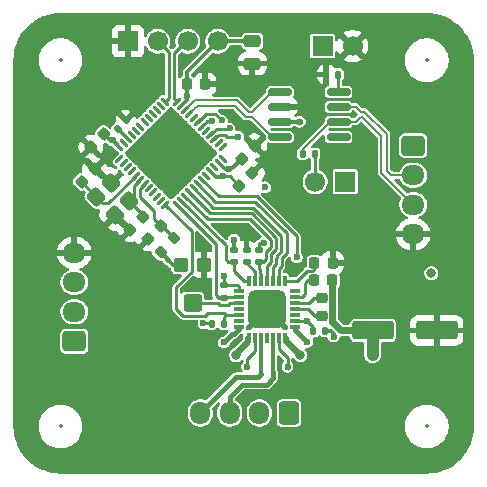
<source format=gtl>
%TF.GenerationSoftware,KiCad,Pcbnew,9.0.2-9.0.2-0~ubuntu22.04.1*%
%TF.CreationDate,2025-05-11T10:39:50+03:00*%
%TF.ProjectId,steper-motor-unit,73746570-6572-42d6-9d6f-746f722d756e,rev?*%
%TF.SameCoordinates,Original*%
%TF.FileFunction,Copper,L1,Top*%
%TF.FilePolarity,Positive*%
%FSLAX46Y46*%
G04 Gerber Fmt 4.6, Leading zero omitted, Abs format (unit mm)*
G04 Created by KiCad (PCBNEW 9.0.2-9.0.2-0~ubuntu22.04.1) date 2025-05-11 10:39:50*
%MOMM*%
%LPD*%
G01*
G04 APERTURE LIST*
G04 Aperture macros list*
%AMRoundRect*
0 Rectangle with rounded corners*
0 $1 Rounding radius*
0 $2 $3 $4 $5 $6 $7 $8 $9 X,Y pos of 4 corners*
0 Add a 4 corners polygon primitive as box body*
4,1,4,$2,$3,$4,$5,$6,$7,$8,$9,$2,$3,0*
0 Add four circle primitives for the rounded corners*
1,1,$1+$1,$2,$3*
1,1,$1+$1,$4,$5*
1,1,$1+$1,$6,$7*
1,1,$1+$1,$8,$9*
0 Add four rect primitives between the rounded corners*
20,1,$1+$1,$2,$3,$4,$5,0*
20,1,$1+$1,$4,$5,$6,$7,0*
20,1,$1+$1,$6,$7,$8,$9,0*
20,1,$1+$1,$8,$9,$2,$3,0*%
%AMRotRect*
0 Rectangle, with rotation*
0 The origin of the aperture is its center*
0 $1 length*
0 $2 width*
0 $3 Rotation angle, in degrees counterclockwise*
0 Add horizontal line*
21,1,$1,$2,0,0,$3*%
G04 Aperture macros list end*
%TA.AperFunction,SMDPad,CuDef*%
%ADD10RoundRect,0.250000X-0.475000X0.250000X-0.475000X-0.250000X0.475000X-0.250000X0.475000X0.250000X0*%
%TD*%
%TA.AperFunction,SMDPad,CuDef*%
%ADD11RoundRect,0.135000X-0.185000X0.135000X-0.185000X-0.135000X0.185000X-0.135000X0.185000X0.135000X0*%
%TD*%
%TA.AperFunction,SMDPad,CuDef*%
%ADD12RoundRect,0.225000X0.017678X-0.335876X0.335876X-0.017678X-0.017678X0.335876X-0.335876X0.017678X0*%
%TD*%
%TA.AperFunction,SMDPad,CuDef*%
%ADD13RoundRect,0.250000X-0.350000X0.350000X-0.350000X-0.350000X0.350000X-0.350000X0.350000X0.350000X0*%
%TD*%
%TA.AperFunction,SMDPad,CuDef*%
%ADD14RoundRect,0.250000X-0.550000X0.500000X-0.550000X-0.500000X0.550000X-0.500000X0.550000X0.500000X0*%
%TD*%
%TA.AperFunction,ComponentPad*%
%ADD15RoundRect,0.250000X0.725000X-0.600000X0.725000X0.600000X-0.725000X0.600000X-0.725000X-0.600000X0*%
%TD*%
%TA.AperFunction,ComponentPad*%
%ADD16O,1.950000X1.700000*%
%TD*%
%TA.AperFunction,SMDPad,CuDef*%
%ADD17RoundRect,0.225000X-0.017678X0.335876X-0.335876X0.017678X0.017678X-0.335876X0.335876X-0.017678X0*%
%TD*%
%TA.AperFunction,SMDPad,CuDef*%
%ADD18RoundRect,0.225000X-0.225000X-0.250000X0.225000X-0.250000X0.225000X0.250000X-0.225000X0.250000X0*%
%TD*%
%TA.AperFunction,SMDPad,CuDef*%
%ADD19RoundRect,0.135000X0.185000X-0.135000X0.185000X0.135000X-0.185000X0.135000X-0.185000X-0.135000X0*%
%TD*%
%TA.AperFunction,SMDPad,CuDef*%
%ADD20RoundRect,0.135000X-0.135000X-0.185000X0.135000X-0.185000X0.135000X0.185000X-0.135000X0.185000X0*%
%TD*%
%TA.AperFunction,SMDPad,CuDef*%
%ADD21RoundRect,0.250000X-1.500000X-0.550000X1.500000X-0.550000X1.500000X0.550000X-1.500000X0.550000X0*%
%TD*%
%TA.AperFunction,SMDPad,CuDef*%
%ADD22RoundRect,0.135000X0.035355X-0.226274X0.226274X-0.035355X-0.035355X0.226274X-0.226274X0.035355X0*%
%TD*%
%TA.AperFunction,ComponentPad*%
%ADD23RoundRect,0.250000X-0.725000X0.600000X-0.725000X-0.600000X0.725000X-0.600000X0.725000X0.600000X0*%
%TD*%
%TA.AperFunction,ComponentPad*%
%ADD24R,1.700000X1.700000*%
%TD*%
%TA.AperFunction,ComponentPad*%
%ADD25C,1.700000*%
%TD*%
%TA.AperFunction,SMDPad,CuDef*%
%ADD26RoundRect,0.250000X-0.565685X0.070711X0.070711X-0.565685X0.565685X-0.070711X-0.070711X0.565685X0*%
%TD*%
%TA.AperFunction,SMDPad,CuDef*%
%ADD27RoundRect,0.135000X0.135000X0.185000X-0.135000X0.185000X-0.135000X-0.185000X0.135000X-0.185000X0*%
%TD*%
%TA.AperFunction,ComponentPad*%
%ADD28RoundRect,0.250000X0.600000X0.725000X-0.600000X0.725000X-0.600000X-0.725000X0.600000X-0.725000X0*%
%TD*%
%TA.AperFunction,ComponentPad*%
%ADD29O,1.700000X1.950000*%
%TD*%
%TA.AperFunction,SMDPad,CuDef*%
%ADD30RoundRect,0.062500X-0.220971X-0.309359X0.309359X0.220971X0.220971X0.309359X-0.309359X-0.220971X0*%
%TD*%
%TA.AperFunction,SMDPad,CuDef*%
%ADD31RoundRect,0.062500X0.220971X-0.309359X0.309359X-0.220971X-0.220971X0.309359X-0.309359X0.220971X0*%
%TD*%
%TA.AperFunction,HeatsinkPad*%
%ADD32RotRect,5.600000X5.600000X45.000000*%
%TD*%
%TA.AperFunction,SMDPad,CuDef*%
%ADD33RoundRect,0.200000X0.053033X-0.335876X0.335876X-0.053033X-0.053033X0.335876X-0.335876X0.053033X0*%
%TD*%
%TA.AperFunction,SMDPad,CuDef*%
%ADD34RoundRect,0.225000X0.250000X-0.225000X0.250000X0.225000X-0.250000X0.225000X-0.250000X-0.225000X0*%
%TD*%
%TA.AperFunction,SMDPad,CuDef*%
%ADD35RoundRect,0.045000X0.405000X-0.105000X0.405000X0.105000X-0.405000X0.105000X-0.405000X-0.105000X0*%
%TD*%
%TA.AperFunction,SMDPad,CuDef*%
%ADD36RoundRect,0.045000X-0.405000X0.105000X-0.405000X-0.105000X0.405000X-0.105000X0.405000X0.105000X0*%
%TD*%
%TA.AperFunction,SMDPad,CuDef*%
%ADD37RoundRect,0.045000X-0.105000X-0.405000X0.105000X-0.405000X0.105000X0.405000X-0.105000X0.405000X0*%
%TD*%
%TA.AperFunction,SMDPad,CuDef*%
%ADD38RoundRect,0.045000X0.105000X0.405000X-0.105000X0.405000X-0.105000X-0.405000X0.105000X-0.405000X0*%
%TD*%
%TA.AperFunction,SMDPad,CuDef*%
%ADD39RoundRect,0.472500X1.102500X1.102500X-1.102500X1.102500X-1.102500X-1.102500X1.102500X-1.102500X0*%
%TD*%
%TA.AperFunction,SMDPad,CuDef*%
%ADD40RoundRect,0.150000X-0.825000X-0.150000X0.825000X-0.150000X0.825000X0.150000X-0.825000X0.150000X0*%
%TD*%
%TA.AperFunction,ViaPad*%
%ADD41C,0.600000*%
%TD*%
%TA.AperFunction,ViaPad*%
%ADD42C,0.500000*%
%TD*%
%TA.AperFunction,ViaPad*%
%ADD43C,0.800000*%
%TD*%
%TA.AperFunction,Conductor*%
%ADD44C,0.240000*%
%TD*%
%TA.AperFunction,Conductor*%
%ADD45C,0.300000*%
%TD*%
%TA.AperFunction,Conductor*%
%ADD46C,0.400000*%
%TD*%
%TA.AperFunction,Conductor*%
%ADD47C,0.310000*%
%TD*%
%TA.AperFunction,Conductor*%
%ADD48C,0.500000*%
%TD*%
%TA.AperFunction,Conductor*%
%ADD49C,0.200000*%
%TD*%
%TA.AperFunction,Conductor*%
%ADD50C,0.600000*%
%TD*%
%TA.AperFunction,Conductor*%
%ADD51C,1.000000*%
%TD*%
%ADD52C,0.300000*%
%ADD53C,0.350000*%
G04 APERTURE END LIST*
D10*
%TO.P,C8,1*%
%TO.N,+3.3V*%
X20740000Y37120000D03*
%TO.P,C8,2*%
%TO.N,GND*%
X20740000Y35220000D03*
%TD*%
D11*
%TO.P,R14,1*%
%TO.N,+3.3V*%
X19210000Y19440000D03*
%TO.P,R14,2*%
%TO.N,/MCU/A4988_SLEEP*%
X19210000Y18420000D03*
%TD*%
D12*
%TO.P,C5,1*%
%TO.N,+3.3V*%
X19821992Y27161992D03*
%TO.P,C5,2*%
%TO.N,GND*%
X20918008Y28258008D03*
%TD*%
D13*
%TO.P,PT1,1,CCW*%
%TO.N,GND*%
X16670000Y18190000D03*
D14*
%TO.P,PT1,2,WRIPER*%
%TO.N,/StepperDriver/REF*%
X15670000Y14940000D03*
D13*
%TO.P,PT1,3,CW*%
%TO.N,+3.3V*%
X14670000Y18190000D03*
%TD*%
D15*
%TO.P,J2,1,Pin_1*%
%TO.N,VCC*%
X5660000Y11700000D03*
D16*
%TO.P,J2,2,Pin_2*%
%TO.N,/CAN/CAN_P*%
X5660000Y14200000D03*
%TO.P,J2,3,Pin_3*%
%TO.N,/CAN/CAN_N*%
X5660000Y16700000D03*
%TO.P,J2,4,Pin_4*%
%TO.N,GND*%
X5660000Y19200000D03*
%TD*%
D12*
%TO.P,C4,1*%
%TO.N,+3.3V*%
X19621992Y24871992D03*
%TO.P,C4,2*%
%TO.N,GND*%
X20718008Y25968008D03*
%TD*%
D11*
%TO.P,R10,1*%
%TO.N,GND*%
X20240000Y19430000D03*
%TO.P,R10,2*%
%TO.N,Net-(U5-ROSC)*%
X20240000Y18410000D03*
%TD*%
D12*
%TO.P,C11,1*%
%TO.N,GND*%
X10388229Y21137164D03*
%TO.P,C11,2*%
%TO.N,/MCU/OSC_OUT*%
X11484245Y22233180D03*
%TD*%
D17*
%TO.P,C9,1*%
%TO.N,/MCU/NRST*%
X12998008Y21468008D03*
%TO.P,C9,2*%
%TO.N,GND*%
X11901992Y20371992D03*
%TD*%
D18*
%TO.P,C16,1*%
%TO.N,Net-(U5-VREG)*%
X25975000Y18360000D03*
%TO.P,C16,2*%
%TO.N,GND*%
X27525000Y18360000D03*
%TD*%
D19*
%TO.P,R9,1*%
%TO.N,/MCU/A4988_STEP*%
X18330000Y15410000D03*
%TO.P,R9,2*%
%TO.N,+3.3V*%
X18330000Y16430000D03*
%TD*%
D20*
%TO.P,R16,1*%
%TO.N,+3.3V*%
X17280000Y13200000D03*
%TO.P,R16,2*%
%TO.N,/MCU/A4988_DIR*%
X18300000Y13200000D03*
%TD*%
D21*
%TO.P,C14,1,+*%
%TO.N,VCC*%
X30950000Y12620000D03*
%TO.P,C14,2,-*%
%TO.N,GND*%
X36350000Y12620000D03*
%TD*%
D22*
%TO.P,R11,1*%
%TO.N,/MCU/BOOT*%
X9329426Y29709426D03*
%TO.P,R11,2*%
%TO.N,GND*%
X10050674Y30430674D03*
%TD*%
D23*
%TO.P,J3,1,Pin_1*%
%TO.N,VCC*%
X34360000Y28270000D03*
D16*
%TO.P,J3,2,Pin_2*%
%TO.N,/CAN/CAN_P*%
X34360000Y25770000D03*
%TO.P,J3,3,Pin_3*%
%TO.N,/CAN/CAN_N*%
X34360000Y23270000D03*
%TO.P,J3,4,Pin_4*%
%TO.N,GND*%
X34360000Y20770000D03*
%TD*%
D24*
%TO.P,J4,1,Pin_1*%
%TO.N,/CAN/CAN_P*%
X28590000Y25215000D03*
D25*
%TO.P,J4,2,Pin_2*%
%TO.N,Net-(J4-Pin_2)*%
X26050000Y25215000D03*
%TD*%
D26*
%TO.P,X1,1,1*%
%TO.N,/MCU/OSC_IN*%
X7537379Y23911949D03*
%TO.P,X1,2,2*%
%TO.N,GND*%
X9093014Y22356314D03*
%TO.P,X1,3,3*%
%TO.N,/MCU/OSC_OUT*%
X10295095Y23558395D03*
%TO.P,X1,4,4*%
%TO.N,GND*%
X8739460Y25114030D03*
%TD*%
D27*
%TO.P,R5,1*%
%TO.N,Net-(U3-Rs)*%
X28020000Y34290000D03*
%TO.P,R5,2*%
%TO.N,GND*%
X27000000Y34290000D03*
%TD*%
D18*
%TO.P,C13,1*%
%TO.N,/StepperDriver/VCP*%
X25965000Y16870000D03*
%TO.P,C13,2*%
%TO.N,VCC*%
X27515000Y16870000D03*
%TD*%
D24*
%TO.P,J6,1,Pin_1*%
%TO.N,VCC*%
X26675000Y36700000D03*
D25*
%TO.P,J6,2,Pin_2*%
%TO.N,GND*%
X29215000Y36700000D03*
%TD*%
D28*
%TO.P,J5,1,Pin_1*%
%TO.N,/StepperDriver/OUT2B*%
X23830000Y5632500D03*
D29*
%TO.P,J5,2,Pin_2*%
%TO.N,/StepperDriver/OUT1B*%
X21330000Y5632500D03*
%TO.P,J5,3,Pin_3*%
%TO.N,/StepperDriver/OUT2A*%
X18830000Y5632500D03*
%TO.P,J5,4,Pin_4*%
%TO.N,/StepperDriver/OUT1A*%
X16330000Y5632500D03*
%TD*%
D12*
%TO.P,C10,1*%
%TO.N,/MCU/OSC_IN*%
X6278229Y25227164D03*
%TO.P,C10,2*%
%TO.N,GND*%
X7374245Y26323180D03*
%TD*%
D11*
%TO.P,R15,1*%
%TO.N,+3.3V*%
X21260000Y19440000D03*
%TO.P,R15,2*%
%TO.N,/MCU/A4988_RESET*%
X21260000Y18420000D03*
%TD*%
D18*
%TO.P,C6,1*%
%TO.N,+3.3V*%
X15195000Y33490000D03*
%TO.P,C6,2*%
%TO.N,GND*%
X16745000Y33490000D03*
%TD*%
D30*
%TO.P,U2,1,VBAT*%
%TO.N,unconnected-(U2-VBAT-Pad1)*%
X9484878Y27143813D03*
%TO.P,U2,2,PC13*%
%TO.N,unconnected-(U2-PC13-Pad2)*%
X9838431Y26790260D03*
%TO.P,U2,3,PC14*%
%TO.N,unconnected-(U2-PC14-Pad3)*%
X10191985Y26436706D03*
%TO.P,U2,4,PC15*%
%TO.N,unconnected-(U2-PC15-Pad4)*%
X10545538Y26083153D03*
%TO.P,U2,5,PF0*%
%TO.N,/MCU/OSC_IN*%
X10899091Y25729600D03*
%TO.P,U2,6,PF1*%
%TO.N,/MCU/OSC_OUT*%
X11252645Y25376046D03*
%TO.P,U2,7,PG10*%
%TO.N,/MCU/NRST*%
X11606198Y25022493D03*
%TO.P,U2,8,PA0*%
%TO.N,unconnected-(U2-PA0-Pad8)*%
X11959752Y24668939D03*
%TO.P,U2,9,PA1*%
%TO.N,unconnected-(U2-PA1-Pad9)*%
X12313305Y24315386D03*
%TO.P,U2,10,PA2*%
%TO.N,unconnected-(U2-PA2-Pad10)*%
X12666858Y23961833D03*
%TO.P,U2,11,PA3*%
%TO.N,unconnected-(U2-PA3-Pad11)*%
X13020412Y23608279D03*
%TO.P,U2,12,PA4*%
%TO.N,/MCU/A4988_DIR*%
X13373965Y23254726D03*
D31*
%TO.P,U2,13,PA5*%
%TO.N,/MCU/A4988_STEP*%
X14346237Y23254726D03*
%TO.P,U2,14,PA6*%
%TO.N,/MCU/A4988_SLEEP*%
X14699790Y23608279D03*
%TO.P,U2,15,PA7*%
%TO.N,/MCU/A4988_RESET*%
X15053344Y23961833D03*
%TO.P,U2,16,PC4*%
%TO.N,/MCU/A4988_MS3*%
X15406897Y24315386D03*
%TO.P,U2,17,PB0*%
%TO.N,/MCU/A4988_MS2*%
X15760450Y24668939D03*
%TO.P,U2,18,PB1*%
%TO.N,/MCU/A4988_MS1*%
X16114004Y25022493D03*
%TO.P,U2,19,PB2*%
%TO.N,/MCU/A4988_ENABLE*%
X16467557Y25376046D03*
%TO.P,U2,20,VREF+*%
%TO.N,unconnected-(U2-VREF+-Pad20)*%
X16821111Y25729600D03*
%TO.P,U2,21,VDDA*%
%TO.N,+3.3V*%
X17174664Y26083153D03*
%TO.P,U2,22,PB10*%
%TO.N,unconnected-(U2-PB10-Pad22)*%
X17528217Y26436706D03*
%TO.P,U2,23,VDD*%
%TO.N,+3.3V*%
X17881771Y26790260D03*
%TO.P,U2,24,PB11*%
%TO.N,unconnected-(U2-PB11-Pad24)*%
X18235324Y27143813D03*
D30*
%TO.P,U2,25,PB12*%
%TO.N,unconnected-(U2-PB12-Pad25)*%
X18235324Y28116085D03*
%TO.P,U2,26,PB13*%
%TO.N,unconnected-(U2-PB13-Pad26)*%
X17881771Y28469638D03*
%TO.P,U2,27,PB14*%
%TO.N,/Encoder/AS_PWM*%
X17528217Y28823192D03*
%TO.P,U2,28,PB15*%
%TO.N,/Encoder/AS_DIR*%
X17174664Y29176745D03*
%TO.P,U2,29,PC6*%
%TO.N,unconnected-(U2-PC6-Pad29)*%
X16821111Y29530298D03*
%TO.P,U2,30,PA8*%
%TO.N,/Encoder/SDA*%
X16467557Y29883852D03*
%TO.P,U2,31,PA9*%
%TO.N,/Encoder/SCL*%
X16114004Y30237405D03*
%TO.P,U2,32,PA10*%
%TO.N,unconnected-(U2-PA10-Pad32)*%
X15760450Y30590959D03*
%TO.P,U2,33,PA11*%
%TO.N,/CAN/CAN_OUT-*%
X15406897Y30944512D03*
%TO.P,U2,34,PA12*%
%TO.N,/CAN/CAN_OUT+*%
X15053344Y31298065D03*
%TO.P,U2,35,VDD*%
%TO.N,+3.3V*%
X14699790Y31651619D03*
%TO.P,U2,36,PA13*%
%TO.N,/MCU/SWDIO*%
X14346237Y32005172D03*
D31*
%TO.P,U2,37,PA14*%
%TO.N,/MCU/SWCLK*%
X13373965Y32005172D03*
%TO.P,U2,38,PA15*%
%TO.N,unconnected-(U2-PA15-Pad38)*%
X13020412Y31651619D03*
%TO.P,U2,39,PC10*%
%TO.N,unconnected-(U2-PC10-Pad39)*%
X12666858Y31298065D03*
%TO.P,U2,40,PC11*%
%TO.N,unconnected-(U2-PC11-Pad40)*%
X12313305Y30944512D03*
%TO.P,U2,41,PB3*%
%TO.N,unconnected-(U2-PB3-Pad41)*%
X11959752Y30590959D03*
%TO.P,U2,42,PB4*%
%TO.N,unconnected-(U2-PB4-Pad42)*%
X11606198Y30237405D03*
%TO.P,U2,43,PB5*%
%TO.N,unconnected-(U2-PB5-Pad43)*%
X11252645Y29883852D03*
%TO.P,U2,44,PB6*%
%TO.N,unconnected-(U2-PB6-Pad44)*%
X10899091Y29530298D03*
%TO.P,U2,45,PB7*%
%TO.N,unconnected-(U2-PB7-Pad45)*%
X10545538Y29176745D03*
%TO.P,U2,46,PB8*%
%TO.N,/MCU/BOOT*%
X10191985Y28823192D03*
%TO.P,U2,47,PB9*%
%TO.N,unconnected-(U2-PB9-Pad47)*%
X9838431Y28469638D03*
%TO.P,U2,48,VDD*%
%TO.N,+3.3V*%
X9484878Y28116085D03*
D32*
%TO.P,U2,49,VSS*%
%TO.N,GND*%
X13860101Y27629949D03*
%TD*%
D17*
%TO.P,C7,1*%
%TO.N,+3.3V*%
X8158058Y29238058D03*
%TO.P,C7,2*%
%TO.N,GND*%
X7062042Y28142042D03*
%TD*%
D33*
%TO.P,R4,1*%
%TO.N,+3.3V*%
X12956637Y19256637D03*
%TO.P,R4,2*%
%TO.N,/MCU/NRST*%
X14123363Y20423363D03*
%TD*%
D24*
%TO.P,J1,1,Pin_1*%
%TO.N,GND*%
X10190000Y37100000D03*
D25*
%TO.P,J1,2,Pin_2*%
%TO.N,/MCU/SWCLK*%
X12730000Y37100000D03*
%TO.P,J1,3,Pin_3*%
%TO.N,/MCU/SWDIO*%
X15270000Y37100000D03*
%TO.P,J1,4,Pin_4*%
%TO.N,+3.3V*%
X17810000Y37100000D03*
%TD*%
D34*
%TO.P,C15,1*%
%TO.N,Net-(U5-CP1)*%
X26640000Y13835000D03*
%TO.P,C15,2*%
%TO.N,Net-(U5-CP2)*%
X26640000Y15385000D03*
%TD*%
D27*
%TO.P,R6,1*%
%TO.N,Net-(J4-Pin_2)*%
X26020000Y27565000D03*
%TO.P,R6,2*%
%TO.N,/CAN/CAN_N*%
X25000000Y27565000D03*
%TD*%
D20*
%TO.P,R18,1*%
%TO.N,/MCU/A4988_ENABLE*%
X25900000Y12550000D03*
%TO.P,R18,2*%
%TO.N,+3.3V*%
X26920000Y12550000D03*
%TD*%
D35*
%TO.P,U5,1,OUT2B*%
%TO.N,/StepperDriver/OUT2B*%
X24370000Y12920000D03*
%TO.P,U5,2,ENABLE*%
%TO.N,/MCU/A4988_ENABLE*%
X24370000Y13420000D03*
%TO.P,U5,3,GND*%
%TO.N,GND*%
X24370000Y13920000D03*
D36*
%TO.P,U5,4,CP1*%
%TO.N,Net-(U5-CP1)*%
X24370000Y14420000D03*
%TO.P,U5,5,CP2*%
%TO.N,Net-(U5-CP2)*%
X24370000Y14920000D03*
D35*
%TO.P,U5,6,VCP*%
%TO.N,/StepperDriver/VCP*%
X24370000Y15420000D03*
D36*
%TO.P,U5,7,NC*%
%TO.N,unconnected-(U5-NC-Pad7)*%
X24370000Y15920000D03*
D37*
%TO.P,U5,8,VREG*%
%TO.N,Net-(U5-VREG)*%
X23470000Y16820000D03*
%TO.P,U5,9,MS1*%
%TO.N,/MCU/A4988_MS1*%
X22970000Y16820000D03*
%TO.P,U5,10,MS2*%
%TO.N,/MCU/A4988_MS2*%
X22470000Y16820000D03*
%TO.P,U5,11,MS3*%
%TO.N,/MCU/A4988_MS3*%
X21970000Y16820000D03*
%TO.P,U5,12,RESET*%
%TO.N,/MCU/A4988_RESET*%
X21470000Y16820000D03*
%TO.P,U5,13,ROSC*%
%TO.N,Net-(U5-ROSC)*%
X20970000Y16820000D03*
%TO.P,U5,14,SLEEP*%
%TO.N,/MCU/A4988_SLEEP*%
X20470000Y16820000D03*
D36*
%TO.P,U5,15,VDD*%
%TO.N,+3.3V*%
X19570000Y15920000D03*
D35*
%TO.P,U5,16,STEP*%
%TO.N,/MCU/A4988_STEP*%
X19570000Y15420000D03*
%TO.P,U5,17,REF*%
%TO.N,/StepperDriver/REF*%
X19570000Y14920000D03*
%TO.P,U5,18,GND*%
%TO.N,GND*%
X19570000Y14420000D03*
%TO.P,U5,19,DIR*%
%TO.N,/MCU/A4988_DIR*%
X19570000Y13920000D03*
D36*
%TO.P,U5,20,NC*%
%TO.N,unconnected-(U5-NC-Pad20)*%
X19570000Y13420000D03*
D35*
%TO.P,U5,21,OUT1B*%
%TO.N,/StepperDriver/OUT1B*%
X19570000Y12920000D03*
D38*
%TO.P,U5,22,VBB1*%
%TO.N,VCC*%
X20470000Y12020000D03*
%TO.P,U5,23,SENSE1*%
%TO.N,/StepperDriver/SENSE1*%
X20970000Y12020000D03*
%TO.P,U5,24,OUT1A*%
%TO.N,/StepperDriver/OUT1A*%
X21470000Y12020000D03*
%TO.P,U5,25,NC*%
%TO.N,unconnected-(U5-NC-Pad25)*%
X21970000Y12020000D03*
%TO.P,U5,26,OUT2A*%
%TO.N,/StepperDriver/OUT2A*%
X22470000Y12020000D03*
%TO.P,U5,27,SENSE2*%
%TO.N,/StepperDriver/SENSE2*%
X22970000Y12020000D03*
%TO.P,U5,28,VBB2*%
%TO.N,VCC*%
X23470000Y12020000D03*
D39*
%TO.P,U5,29,GND*%
%TO.N,GND*%
X21970000Y14420000D03*
%TD*%
D40*
%TO.P,U3,1,D*%
%TO.N,/CAN/CAN_OUT+*%
X23085000Y32830000D03*
%TO.P,U3,2,GND*%
%TO.N,GND*%
X23085000Y31560000D03*
%TO.P,U3,3,VCC*%
%TO.N,+3.3V*%
X23085000Y30290000D03*
%TO.P,U3,4,R*%
%TO.N,/CAN/CAN_OUT-*%
X23085000Y29020000D03*
%TO.P,U3,5,Vref*%
%TO.N,unconnected-(U3-Vref-Pad5)*%
X28035000Y29020000D03*
%TO.P,U3,6,CANL*%
%TO.N,/CAN/CAN_N*%
X28035000Y30290000D03*
%TO.P,U3,7,CANH*%
%TO.N,/CAN/CAN_P*%
X28035000Y31560000D03*
%TO.P,U3,8,Rs*%
%TO.N,Net-(U3-Rs)*%
X28035000Y32830000D03*
%TD*%
D41*
%TO.N,/MCU/A4988_ENABLE*%
X24510000Y18820000D03*
X25330000Y13420000D03*
%TO.N,GND*%
X10990000Y19600000D03*
X11620000Y18960000D03*
X12340000Y18340000D03*
X13100000Y14460000D03*
X13100000Y15570000D03*
X13100000Y16670000D03*
X13110000Y17720000D03*
%TO.N,/StepperDriver/OUT1B*%
X18330000Y11610000D03*
%TO.N,/StepperDriver/OUT2B*%
X25370000Y11670000D03*
%TO.N,GND*%
X33780000Y14690000D03*
X20230000Y21200000D03*
X15670000Y16390000D03*
X19160000Y21220000D03*
X33790000Y13750000D03*
%TO.N,+3.3V*%
X16590000Y13220000D03*
X21690000Y20020000D03*
X18780000Y26270000D03*
X18340000Y17230000D03*
X27625309Y12103319D03*
X21810000Y24740000D03*
X19180000Y20310000D03*
X18224293Y25675707D03*
X8895000Y28705000D03*
X15190000Y32460000D03*
X24740000Y30290000D03*
D42*
X13610000Y18580000D03*
D41*
%TO.N,/Encoder/AS_PWM*%
X19520000Y29020000D03*
%TO.N,/Encoder/SCL*%
X18135744Y30400253D03*
%TO.N,/Encoder/SDA*%
X17338014Y30340000D03*
%TO.N,/Encoder/AS_DIR*%
X18802116Y29724088D03*
D43*
%TO.N,VCC*%
X24790000Y10550000D03*
X30920000Y10550000D03*
X19360000Y10550000D03*
X35880000Y17470000D03*
D41*
%TO.N,/StepperDriver/SENSE2*%
X23710000Y9550000D03*
%TO.N,/StepperDriver/SENSE1*%
X20310000Y9550000D03*
%TD*%
D44*
%TO.N,/MCU/A4988_ENABLE*%
X24510000Y20584672D02*
X24510000Y18820000D01*
X21123672Y23971000D02*
X24510000Y20584672D01*
X17872603Y23971000D02*
X21123672Y23971000D01*
X16467557Y25376046D02*
X17872603Y23971000D01*
X25330000Y13420000D02*
X25400000Y13420000D01*
D45*
%TO.N,/StepperDriver/OUT1A*%
X21470000Y12020000D02*
X21470000Y8910000D01*
D46*
X21470000Y8910000D02*
X21240000Y8680000D01*
X21240000Y8680000D02*
X19377500Y8680000D01*
X19377500Y8680000D02*
X16330000Y5632500D01*
D47*
%TO.N,/StepperDriver/OUT2A*%
X22470000Y12020000D02*
X22470000Y9120000D01*
X22470000Y9120000D02*
X22470000Y8971480D01*
D46*
X22470000Y9120000D02*
X22470000Y8560000D01*
X22470000Y8560000D02*
X21940000Y8030000D01*
X21940000Y8030000D02*
X19870000Y8030000D01*
X19870000Y8030000D02*
X18830000Y6990000D01*
X18830000Y6990000D02*
X18830000Y5632500D01*
D44*
%TO.N,/StepperDriver/SENSE2*%
X23710000Y9550000D02*
X23710000Y9370000D01*
X23710000Y9550000D02*
X23710000Y10270000D01*
X22970000Y11010000D02*
X22970000Y12020000D01*
X23710000Y10270000D02*
X22970000Y11010000D01*
D46*
%TO.N,/StepperDriver/OUT1B*%
X19570000Y12710000D02*
X19570000Y12869000D01*
%TO.N,/StepperDriver/OUT2B*%
X25380000Y11640000D02*
X25370000Y11640000D01*
X25370000Y11640000D02*
X24370000Y12640000D01*
X24370000Y12640000D02*
X24370000Y12920000D01*
%TO.N,/StepperDriver/OUT1B*%
X19020000Y12280000D02*
X19140000Y12280000D01*
X19140000Y12280000D02*
X19570000Y12710000D01*
X18350000Y11610000D02*
X18330000Y11610000D01*
X19020000Y12280000D02*
X18350000Y11610000D01*
D48*
%TO.N,VCC*%
X19360000Y10550000D02*
X19360000Y10650000D01*
X19360000Y10650000D02*
X20369000Y11659000D01*
X20369000Y11659000D02*
X20369000Y12020000D01*
X24790000Y10550000D02*
X24770000Y10550000D01*
X24770000Y10550000D02*
X23571000Y11749000D01*
X23571000Y11749000D02*
X23571000Y12020000D01*
D44*
%TO.N,/MCU/A4988_ENABLE*%
X24370000Y13420000D02*
X25330000Y13420000D01*
D47*
%TO.N,+3.3V*%
X18146403Y25597817D02*
X17660000Y25597817D01*
D44*
X21330000Y20020000D02*
X21260000Y19950000D01*
D47*
X18402031Y26270000D02*
X17881771Y26790260D01*
D44*
X14699790Y31651619D02*
X14711619Y31651619D01*
X8895000Y28705000D02*
X8893884Y28706116D01*
D47*
X18930000Y26270000D02*
X19821992Y27161992D01*
D44*
X18224293Y25675707D02*
X18818277Y25675707D01*
X18818277Y25675707D02*
X19621992Y24871992D01*
D47*
X15195000Y34485000D02*
X17810000Y37100000D01*
D44*
X21260000Y19950000D02*
X21260000Y19440000D01*
D47*
X20740000Y37120000D02*
X17830000Y37120000D01*
X27382276Y12550000D02*
X26920000Y12550000D01*
X23085000Y30290000D02*
X24740000Y30290000D01*
D44*
X16590000Y13220000D02*
X17260000Y13220000D01*
D47*
X13610000Y18603274D02*
X12956637Y19256637D01*
D44*
X19570000Y16340000D02*
X19480000Y16430000D01*
D47*
X18780000Y26270000D02*
X18402031Y26270000D01*
X18224293Y25675707D02*
X18146403Y25597817D01*
X17660000Y25597817D02*
X17174664Y26083153D01*
D44*
X12753363Y19173363D02*
X12672653Y19173363D01*
D47*
X15190000Y32460000D02*
X15190000Y33485000D01*
D44*
X21690000Y20020000D02*
X21330000Y20020000D01*
D47*
X15195000Y33490000D02*
X15195000Y34485000D01*
X27625309Y12103319D02*
X27625309Y12306967D01*
X13610000Y18580000D02*
X13610000Y18603274D01*
X19180000Y19470000D02*
X19210000Y19440000D01*
D44*
X19480000Y16430000D02*
X18330000Y16430000D01*
X19570000Y15920000D02*
X19570000Y16340000D01*
X18340000Y17230000D02*
X18340000Y16440000D01*
D47*
X27625309Y12306967D02*
X27382276Y12550000D01*
X14711619Y31651619D02*
X15100000Y32040000D01*
D44*
X8893884Y28706116D02*
X8690000Y28706116D01*
X18340000Y16440000D02*
X18330000Y16430000D01*
X18224293Y25675707D02*
X18105707Y25675707D01*
D47*
X19180000Y20310000D02*
X19180000Y19470000D01*
X9483915Y28116085D02*
X8895000Y28705000D01*
X18780000Y26270000D02*
X18930000Y26270000D01*
D44*
X17260000Y13220000D02*
X17280000Y13200000D01*
D47*
X13610000Y18580000D02*
X14000000Y18190000D01*
X14000000Y18190000D02*
X14670000Y18190000D01*
D44*
X14699790Y31651619D02*
X14701619Y31651619D01*
D47*
X15190000Y32130000D02*
X15190000Y32460000D01*
X8690000Y28706116D02*
X8158058Y29238058D01*
D44*
X15190000Y33485000D02*
X15195000Y33490000D01*
X9484878Y28116085D02*
X9483915Y28116085D01*
D47*
X15100000Y32040000D02*
X15190000Y32130000D01*
D44*
%TO.N,/MCU/A4988_MS1*%
X22970000Y16820000D02*
X22970000Y17842664D01*
X23633000Y19141996D02*
X23633000Y20838004D01*
X22970000Y17842664D02*
X23218332Y18090996D01*
X23218332Y18090996D02*
X23218332Y18558704D01*
X20941004Y23530000D02*
X17606497Y23530000D01*
X23224000Y18564372D02*
X23224000Y18732996D01*
X23633000Y20838004D02*
X20941004Y23530000D01*
X23218332Y18558704D02*
X23224000Y18564372D01*
X17606497Y23530000D02*
X16114004Y25022493D01*
X23224000Y18732996D02*
X23633000Y19141996D01*
%TO.N,/MCU/A4988_MS3*%
X15406897Y24315386D02*
X17162283Y22560000D01*
X22336332Y18456332D02*
X21970000Y18090000D01*
X21970000Y18090000D02*
X21970000Y16820000D01*
X17162283Y22560000D02*
X20663668Y22560000D01*
X22751000Y19507332D02*
X22342000Y19098332D01*
X22336332Y18924040D02*
X22336332Y18456332D01*
X22342000Y19098332D02*
X22342000Y18929708D01*
X22342000Y18929708D02*
X22336332Y18924040D01*
X20663668Y22560000D02*
X22751000Y20472668D01*
X22751000Y20472668D02*
X22751000Y19507332D01*
%TO.N,/MCU/A4988_RESET*%
X21895332Y19106708D02*
X21901000Y19112376D01*
X21260000Y18420000D02*
X21676332Y18420000D01*
X21901000Y19281000D02*
X22310000Y19690000D01*
X21260000Y17913668D02*
X21411000Y17762668D01*
X21895332Y18639000D02*
X21895332Y19106708D01*
X21260000Y18420000D02*
X21260000Y17913668D01*
X21411000Y17407850D02*
X21441000Y17377850D01*
X21676332Y18420000D02*
X21895332Y18639000D01*
X21441000Y16849000D02*
X21470000Y16820000D01*
X21441000Y17377850D02*
X21441000Y16849000D01*
X20530000Y22070000D02*
X16945177Y22070000D01*
X16945177Y22070000D02*
X15053344Y23961833D01*
X22310000Y20290000D02*
X20530000Y22070000D01*
X21411000Y17762668D02*
X21411000Y17407850D01*
X21901000Y19112376D02*
X21901000Y19281000D01*
X22310000Y19690000D02*
X22310000Y20290000D01*
%TO.N,/MCU/A4988_SLEEP*%
X20010000Y16820000D02*
X19210000Y17620000D01*
X18480000Y18640000D02*
X18700000Y18420000D01*
X18480000Y19828069D02*
X18480000Y18640000D01*
X19210000Y17620000D02*
X19210000Y18420000D01*
X18700000Y18420000D02*
X19210000Y18420000D01*
X20470000Y16820000D02*
X20010000Y16820000D01*
X14699790Y23608279D02*
X18480000Y19828069D01*
%TO.N,/MCU/A4988_STEP*%
X19570000Y15420000D02*
X18340000Y15420000D01*
X17870000Y15410000D02*
X18330000Y15410000D01*
X14346237Y23254726D02*
X17660000Y19940963D01*
X17660000Y19940963D02*
X17660000Y15620000D01*
X17660000Y15620000D02*
X17870000Y15410000D01*
X18340000Y15420000D02*
X18330000Y15410000D01*
%TO.N,/MCU/A4988_ENABLE*%
X25400000Y13420000D02*
X25900000Y12920000D01*
X25900000Y12920000D02*
X25900000Y12550000D01*
%TO.N,/MCU/A4988_DIR*%
X16749000Y13869000D02*
X14876558Y13869000D01*
X18500000Y13920000D02*
X18360000Y14060000D01*
X14876558Y13869000D02*
X14290000Y14455558D01*
X14290000Y14455558D02*
X14290000Y16295558D01*
X18300000Y13250000D02*
X18300000Y13720000D01*
X18360000Y14060000D02*
X17690000Y14060000D01*
X18300000Y13720000D02*
X18500000Y13920000D01*
X15591000Y17596558D02*
X15591000Y21037691D01*
X18500000Y13920000D02*
X19570000Y13920000D01*
X16950000Y14070000D02*
X16749000Y13869000D01*
X14290000Y16295558D02*
X15591000Y17596558D01*
X17680000Y14070000D02*
X16950000Y14070000D01*
X15591000Y21037691D02*
X13373965Y23254726D01*
X17690000Y14060000D02*
X17680000Y14070000D01*
%TO.N,/MCU/A4988_MS2*%
X22777332Y18273664D02*
X22470000Y17966332D01*
X22783000Y18747040D02*
X22777332Y18741372D01*
X15760450Y24668939D02*
X17399389Y23030000D01*
X22777332Y18741372D02*
X22777332Y18273664D01*
X23192000Y19324664D02*
X22783000Y18915664D01*
X22470000Y17966332D02*
X22470000Y16820000D01*
X22783000Y18915664D02*
X22783000Y18747040D01*
X17399389Y23030000D02*
X20817336Y23030000D01*
X20817336Y23030000D02*
X23192000Y20655336D01*
X23192000Y20655336D02*
X23192000Y19324664D01*
%TO.N,/MCU/SWCLK*%
X13650000Y32281207D02*
X13650000Y36180000D01*
X13373965Y32005172D02*
X13650000Y32281207D01*
X13650000Y36180000D02*
X12730000Y37100000D01*
%TO.N,/MCU/SWDIO*%
X14091000Y36081000D02*
X15110000Y37100000D01*
X15110000Y37100000D02*
X15270000Y37100000D01*
X14346237Y32005172D02*
X14091000Y32260409D01*
X14091000Y32260409D02*
X14091000Y36081000D01*
%TO.N,/MCU/NRST*%
X12420000Y22050000D02*
X12420000Y22735980D01*
X12530000Y21940000D02*
X12420000Y22050000D01*
X12998008Y21468008D02*
X13078718Y21468008D01*
X14123363Y20423363D02*
X14042653Y20423363D01*
X11207990Y23947990D02*
X11207990Y24624285D01*
X12420000Y22735980D02*
X11207990Y23947990D01*
X12530000Y21936016D02*
X12530000Y21940000D01*
X11207990Y24624285D02*
X11606198Y25022493D01*
X12998008Y21468008D02*
X12530000Y21936016D01*
X13078718Y21468008D02*
X14123363Y20423363D01*
%TO.N,/MCU/OSC_IN*%
X8549491Y23380000D02*
X8069328Y23380000D01*
X6278229Y25227164D02*
X6278229Y25171099D01*
X6278229Y25171099D02*
X7537379Y23911949D01*
X10899091Y25729600D02*
X8549491Y23380000D01*
X8069328Y23380000D02*
X7537379Y23911949D01*
%TO.N,/MCU/OSC_OUT*%
X10690000Y23960000D02*
X10295095Y23565095D01*
X11484245Y22233180D02*
X11484245Y22369245D01*
X11484245Y22369245D02*
X10295095Y23558395D01*
X11252645Y25376046D02*
X10690000Y24813401D01*
X10295095Y23565095D02*
X10295095Y23558395D01*
X10690000Y24813401D02*
X10690000Y23960000D01*
%TO.N,Net-(U5-CP1)*%
X26010000Y13835000D02*
X26640000Y13835000D01*
X25425000Y14420000D02*
X26010000Y13835000D01*
X24370000Y14420000D02*
X25425000Y14420000D01*
%TO.N,Net-(U5-CP2)*%
X25965000Y15395000D02*
X26000000Y15395000D01*
X24370000Y14920000D02*
X25490000Y14920000D01*
X26000000Y15395000D02*
X26010000Y15385000D01*
X26010000Y15385000D02*
X26640000Y15385000D01*
X25490000Y14920000D02*
X25965000Y15395000D01*
%TO.N,/Encoder/AS_PWM*%
X18457977Y29190000D02*
X17895025Y29190000D01*
X17895025Y29190000D02*
X17528217Y28823192D01*
X19520000Y29020000D02*
X19520000Y29070000D01*
X18627977Y29020000D02*
X18457977Y29190000D01*
X19520000Y29070000D02*
X19480000Y29110000D01*
X19520000Y29020000D02*
X18627977Y29020000D01*
%TO.N,Net-(U5-VREG)*%
X25346000Y17666000D02*
X24500000Y16820000D01*
X25975000Y17785000D02*
X25856000Y17666000D01*
X24500000Y16820000D02*
X23470000Y16820000D01*
X25856000Y17666000D02*
X25346000Y17666000D01*
X25975000Y18360000D02*
X25975000Y17785000D01*
%TO.N,Net-(J4-Pin_2)*%
X26020000Y27565000D02*
X26020000Y25245000D01*
X26020000Y25245000D02*
X26050000Y25215000D01*
%TO.N,Net-(U3-Rs)*%
X28020000Y32845000D02*
X28035000Y32830000D01*
X28020000Y34290000D02*
X28020000Y32845000D01*
%TO.N,/Encoder/SCL*%
X16846599Y30970000D02*
X16114004Y30237405D01*
X18135744Y30400253D02*
X18135744Y30420497D01*
X17586241Y30970000D02*
X16846599Y30970000D01*
X18135744Y30420497D02*
X17586241Y30970000D01*
%TO.N,/Encoder/SDA*%
X16930000Y30340000D02*
X16473852Y29883852D01*
X16473852Y29883852D02*
X16467557Y29883852D01*
X17338014Y30340000D02*
X16930000Y30340000D01*
%TO.N,/Encoder/AS_DIR*%
X18798028Y29720000D02*
X17717919Y29720000D01*
X18802116Y29724088D02*
X18798028Y29720000D01*
X17174664Y29176745D02*
X17176745Y29176745D01*
X17717919Y29720000D02*
X17174664Y29176745D01*
D49*
%TO.N,/CAN/CAN_N*%
X31665000Y29056802D02*
X30021802Y30700000D01*
X29907501Y30700000D02*
X29497501Y30290000D01*
X34360000Y23270000D02*
X31665000Y25965000D01*
X28035000Y30290000D02*
X27330000Y30290000D01*
X29497501Y30290000D02*
X28035000Y30290000D01*
X31665000Y25965000D02*
X31665000Y29056802D01*
X27330000Y30290000D02*
X25000000Y27960000D01*
X30021802Y30700000D02*
X29907501Y30700000D01*
X25000000Y27960000D02*
X25000000Y27565000D01*
%TO.N,/CAN/CAN_P*%
X29497501Y31560000D02*
X28035000Y31560000D01*
X34360000Y25770000D02*
X32496397Y25770000D01*
X29907501Y31150000D02*
X29497501Y31560000D01*
X32115000Y26151397D02*
X32115000Y29243198D01*
X30208198Y31150000D02*
X29907501Y31150000D01*
X32115000Y29243198D02*
X30208198Y31150000D01*
X32496397Y25770000D02*
X32115000Y26151397D01*
%TO.N,/CAN/CAN_OUT-*%
X15406897Y30944512D02*
X15802613Y31340228D01*
X15802613Y31340228D02*
X15802613Y31375584D01*
X20221802Y30700000D02*
X20730000Y30700000D01*
X15802613Y31375584D02*
X16090708Y31663678D01*
X22410000Y29020000D02*
X23085000Y29020000D01*
X20730000Y30700000D02*
X22410000Y29020000D01*
X19258124Y31663678D02*
X20221802Y30700000D01*
X15406897Y30944512D02*
X15406897Y30979866D01*
X16090708Y31663678D02*
X19258124Y31663678D01*
%TO.N,/CAN/CAN_OUT+*%
X15484416Y31693781D02*
X15904312Y32113678D01*
X20408198Y31150000D02*
X20730000Y31150000D01*
X15449060Y31693781D02*
X15484416Y31693781D01*
X15904312Y32113678D02*
X19444520Y32113678D01*
X22410000Y32830000D02*
X23085000Y32830000D01*
X19444520Y32113678D02*
X20408198Y31150000D01*
X20730000Y31150000D02*
X22410000Y32830000D01*
X15053344Y31298065D02*
X15088698Y31298065D01*
X15053344Y31298065D02*
X15449060Y31693781D01*
D44*
%TO.N,/StepperDriver/REF*%
X17851376Y14920000D02*
X17952376Y14819000D01*
X18707624Y14819000D02*
X18808624Y14920000D01*
X15670000Y14940000D02*
X15690000Y14920000D01*
X18808624Y14920000D02*
X19570000Y14920000D01*
X15690000Y14920000D02*
X17851376Y14920000D01*
X17952376Y14819000D02*
X18707624Y14819000D01*
%TO.N,Net-(U5-ROSC)*%
X20240000Y18310000D02*
X20970000Y17580000D01*
X20240000Y18410000D02*
X20240000Y18310000D01*
X20970000Y16820000D02*
X20970000Y17580000D01*
%TO.N,/MCU/BOOT*%
X10191985Y28846867D02*
X9329426Y29709426D01*
X10191985Y28823192D02*
X10191985Y28846867D01*
D50*
%TO.N,VCC*%
X28240000Y12620000D02*
X30950000Y12620000D01*
X27515000Y13345000D02*
X27515000Y16870000D01*
D51*
X30920000Y12590000D02*
X30950000Y12620000D01*
X30920000Y10550000D02*
X30920000Y12590000D01*
D50*
X27515000Y13345000D02*
X28240000Y12620000D01*
D44*
%TO.N,/StepperDriver/VCP*%
X25204000Y15725150D02*
X25204000Y16664000D01*
X25204000Y16664000D02*
X25410000Y16870000D01*
X24370000Y15420000D02*
X24898850Y15420000D01*
X25410000Y16870000D02*
X25965000Y16870000D01*
X24898850Y15420000D02*
X25204000Y15725150D01*
%TO.N,/StepperDriver/SENSE2*%
X22980000Y12010000D02*
X22970000Y12020000D01*
%TO.N,/StepperDriver/SENSE1*%
X20970000Y10850000D02*
X20970000Y12020000D01*
X20310000Y10190000D02*
X20970000Y10850000D01*
X20310000Y9550000D02*
X20310000Y10190000D01*
D45*
%TO.N,/StepperDriver/OUT1A*%
X16330000Y6320000D02*
X16330000Y5632500D01*
%TD*%
%TA.AperFunction,Conductor*%
%TO.N,GND*%
G36*
X21836558Y14537596D02*
G01*
X21880905Y14509095D01*
X21970000Y14420000D01*
X22059094Y14509094D01*
X22120417Y14542579D01*
X22190109Y14537595D01*
X22234456Y14509094D01*
X23683181Y13060369D01*
X23697884Y13033441D01*
X23714477Y13007623D01*
X23715368Y13001422D01*
X23716666Y12999046D01*
X23719500Y12972688D01*
X23719500Y12794499D01*
X23699815Y12727460D01*
X23647011Y12681705D01*
X23595504Y12670499D01*
X23417307Y12670499D01*
X23350270Y12690184D01*
X23329628Y12706818D01*
X21970001Y14066448D01*
X21970000Y14066448D01*
X20610370Y12706818D01*
X20583442Y12692114D01*
X20557624Y12675522D01*
X20551423Y12674630D01*
X20549047Y12673333D01*
X20522695Y12670499D01*
X20344499Y12670499D01*
X20277461Y12690184D01*
X20231706Y12742988D01*
X20220500Y12794498D01*
X20220500Y12871976D01*
X20220499Y12972689D01*
X20240183Y13039728D01*
X20256818Y13060370D01*
X21705543Y14509095D01*
X21766866Y14542580D01*
X21836558Y14537596D01*
G37*
%TD.AperFunction*%
%TA.AperFunction,Conductor*%
G36*
X16116703Y21030558D02*
G01*
X16123181Y21024526D01*
X17303181Y19844526D01*
X17336666Y19783203D01*
X17339500Y19756845D01*
X17339500Y19395952D01*
X17319815Y19328913D01*
X17267011Y19283158D01*
X17197853Y19273214D01*
X17176492Y19278248D01*
X17172701Y19279504D01*
X17172690Y19279506D01*
X17069980Y19289999D01*
X16920000Y19289999D01*
X16920000Y17090000D01*
X17069972Y17090000D01*
X17069987Y17090001D01*
X17172699Y17100494D01*
X17176505Y17101755D01*
X17178988Y17101840D01*
X17179319Y17101911D01*
X17179331Y17101851D01*
X17246334Y17104151D01*
X17306373Y17068415D01*
X17337560Y17005892D01*
X17339500Y16984046D01*
X17339500Y15577803D01*
X17361341Y15496290D01*
X17401635Y15426501D01*
X17418108Y15358601D01*
X17395256Y15292574D01*
X17340335Y15249383D01*
X17294248Y15240500D01*
X16794500Y15240500D01*
X16727461Y15260185D01*
X16681706Y15312989D01*
X16670500Y15364500D01*
X16670500Y15494269D01*
X16667646Y15524699D01*
X16667646Y15524701D01*
X16640793Y15601441D01*
X16622793Y15652882D01*
X16542150Y15762150D01*
X16432882Y15842793D01*
X16343503Y15874068D01*
X16304700Y15887646D01*
X16274270Y15890500D01*
X16274266Y15890500D01*
X15065734Y15890500D01*
X15065730Y15890500D01*
X15035300Y15887646D01*
X15035298Y15887646D01*
X14939163Y15854006D01*
X14907118Y15842793D01*
X14808131Y15769738D01*
X14795873Y15765260D01*
X14786011Y15756715D01*
X14763688Y15753505D01*
X14742505Y15745768D01*
X14729772Y15748628D01*
X14716853Y15746771D01*
X14696338Y15756139D01*
X14674335Y15761083D01*
X14665169Y15770374D01*
X14653297Y15775796D01*
X14641104Y15794767D01*
X14625266Y15810823D01*
X14621713Y15824940D01*
X14615523Y15834574D01*
X14610500Y15869509D01*
X14610500Y16111441D01*
X14630185Y16178480D01*
X14646819Y16199122D01*
X15686355Y17238658D01*
X15747678Y17272143D01*
X15817370Y17267159D01*
X15845432Y17251351D01*
X15845509Y17251475D01*
X15848632Y17249548D01*
X15850941Y17248248D01*
X15851651Y17247686D01*
X16000875Y17155643D01*
X16000880Y17155641D01*
X16167302Y17100494D01*
X16167309Y17100493D01*
X16270013Y17090000D01*
X16420000Y17090000D01*
X16420000Y19289999D01*
X16270028Y19289999D01*
X16270013Y19289998D01*
X16167302Y19279505D01*
X16074504Y19248755D01*
X16004676Y19246353D01*
X15944634Y19282085D01*
X15913441Y19344605D01*
X15911500Y19366461D01*
X15911500Y20936845D01*
X15931185Y21003884D01*
X15983989Y21049639D01*
X16053147Y21059583D01*
X16116703Y21030558D01*
G37*
%TD.AperFunction*%
%TA.AperFunction,Conductor*%
G36*
X20412922Y21729815D02*
G01*
X20433564Y21713181D01*
X21486225Y20660519D01*
X21494770Y20644868D01*
X21507380Y20632258D01*
X21511168Y20614838D01*
X21519710Y20599196D01*
X21518438Y20581411D01*
X21522228Y20563985D01*
X21515997Y20547283D01*
X21514726Y20529504D01*
X21504039Y20515228D01*
X21497807Y20498522D01*
X21472849Y20473566D01*
X21466946Y20469147D01*
X21382686Y20420500D01*
X21325347Y20363161D01*
X21318250Y20357849D01*
X21276040Y20337347D01*
X21206291Y20318659D01*
X21133208Y20276464D01*
X21073536Y20216792D01*
X21073534Y20216789D01*
X21063210Y20206465D01*
X21063208Y20206464D01*
X21003536Y20146792D01*
X20980505Y20106903D01*
X20973344Y20098434D01*
X20953064Y20085053D01*
X20935478Y20068285D01*
X20924422Y20066154D01*
X20915025Y20059954D01*
X20890728Y20059661D01*
X20866870Y20055064D01*
X20854098Y20059220D01*
X20845160Y20059113D01*
X20835116Y20065398D01*
X20815538Y20071770D01*
X20679188Y20152408D01*
X20525128Y20197166D01*
X20525122Y20197167D01*
X20490000Y20199930D01*
X20490000Y19554000D01*
X20470315Y19486961D01*
X20417511Y19441206D01*
X20366000Y19430000D01*
X20114000Y19430000D01*
X20046961Y19449685D01*
X20001206Y19502489D01*
X19990000Y19554000D01*
X19990000Y20199931D01*
X19954877Y20197167D01*
X19954871Y20197166D01*
X19839095Y20163530D01*
X19769225Y20163729D01*
X19710555Y20201671D01*
X19681712Y20265310D01*
X19680500Y20282606D01*
X19680500Y20375890D01*
X19680500Y20375892D01*
X19646392Y20503186D01*
X19580500Y20617314D01*
X19487314Y20710500D01*
X19373186Y20776392D01*
X19245892Y20810500D01*
X19114108Y20810500D01*
X18986814Y20776392D01*
X18872686Y20710500D01*
X18779500Y20617314D01*
X18748710Y20563985D01*
X18713608Y20503187D01*
X18679500Y20375891D01*
X18678439Y20367832D01*
X18675685Y20368194D01*
X18659815Y20314147D01*
X18607011Y20268392D01*
X18537853Y20258448D01*
X18474297Y20287473D01*
X18467819Y20293505D01*
X17223506Y21537819D01*
X17190021Y21599142D01*
X17195005Y21668834D01*
X17236877Y21724767D01*
X17302341Y21749184D01*
X17311187Y21749500D01*
X20345883Y21749500D01*
X20412922Y21729815D01*
G37*
%TD.AperFunction*%
%TA.AperFunction,Conductor*%
G36*
X13877068Y31531744D02*
G01*
X13903435Y31529859D01*
X13912485Y31524042D01*
X13919520Y31522513D01*
X13947776Y31501364D01*
X13957607Y31491533D01*
X13957615Y31491527D01*
X14022647Y31448073D01*
X14022650Y31448072D01*
X14041516Y31444319D01*
X14103426Y31411932D01*
X14137998Y31351215D01*
X14138937Y31346899D01*
X14142690Y31328033D01*
X14142690Y31328032D01*
X14186147Y31262993D01*
X14311166Y31137975D01*
X14376202Y31094519D01*
X14376201Y31094519D01*
X14395070Y31090766D01*
X14456979Y31058378D01*
X14491551Y30997661D01*
X14492491Y30993345D01*
X14496244Y30974479D01*
X14496244Y30974478D01*
X14539701Y30909439D01*
X14664720Y30784421D01*
X14729754Y30740966D01*
X14729757Y30740965D01*
X14748623Y30737212D01*
X14810533Y30704825D01*
X14845105Y30644108D01*
X14846044Y30639792D01*
X14849797Y30620926D01*
X14849797Y30620925D01*
X14893254Y30555886D01*
X15018273Y30430868D01*
X15083307Y30387413D01*
X15083310Y30387412D01*
X15102176Y30383659D01*
X15164086Y30351272D01*
X15198658Y30290555D01*
X15199597Y30286239D01*
X15203350Y30267373D01*
X15203350Y30267372D01*
X15246807Y30202333D01*
X15371826Y30077315D01*
X15436862Y30033859D01*
X15436861Y30033859D01*
X15455730Y30030106D01*
X15517639Y29997718D01*
X15552211Y29937001D01*
X15553151Y29932685D01*
X15556904Y29913819D01*
X15556904Y29913818D01*
X15600361Y29848779D01*
X15725380Y29723761D01*
X15790414Y29680306D01*
X15790417Y29680305D01*
X15809283Y29676552D01*
X15871193Y29644165D01*
X15905765Y29583448D01*
X15906704Y29579132D01*
X15910457Y29560266D01*
X15910457Y29560265D01*
X15953914Y29495226D01*
X16078933Y29370208D01*
X16143969Y29326752D01*
X16143968Y29326752D01*
X16162837Y29322999D01*
X16224746Y29290611D01*
X16259318Y29229894D01*
X16260258Y29225578D01*
X16264011Y29206712D01*
X16264011Y29206711D01*
X16307468Y29141672D01*
X16432487Y29016654D01*
X16497521Y28973199D01*
X16497524Y28973198D01*
X16516390Y28969445D01*
X16578300Y28937058D01*
X16612872Y28876341D01*
X16613811Y28872025D01*
X16617564Y28853159D01*
X16617564Y28853158D01*
X16661021Y28788119D01*
X16786040Y28663101D01*
X16851074Y28619646D01*
X16851077Y28619645D01*
X16869943Y28615892D01*
X16931853Y28583505D01*
X16966425Y28522788D01*
X16967364Y28518472D01*
X16971117Y28499606D01*
X16971117Y28499605D01*
X17014574Y28434566D01*
X17139593Y28309548D01*
X17204629Y28266092D01*
X17204628Y28266092D01*
X17223497Y28262339D01*
X17285406Y28229951D01*
X17319978Y28169234D01*
X17320918Y28164918D01*
X17324671Y28146052D01*
X17324671Y28146051D01*
X17368128Y28081012D01*
X17493147Y27955994D01*
X17558181Y27912539D01*
X17558184Y27912538D01*
X17577050Y27908785D01*
X17638960Y27876398D01*
X17660181Y27849273D01*
X17670467Y27831496D01*
X17678225Y27792497D01*
X17721681Y27727460D01*
X17743008Y27706132D01*
X17751156Y27692052D01*
X17755731Y27673269D01*
X17764996Y27656302D01*
X17763831Y27640023D01*
X17767694Y27624168D01*
X17761388Y27605893D01*
X17760009Y27586610D01*
X17748624Y27568895D01*
X17744906Y27558119D01*
X17738406Y27552997D01*
X17731510Y27542267D01*
X17721684Y27532441D01*
X17721681Y27532437D01*
X17678224Y27467400D01*
X17678223Y27467399D01*
X17674472Y27448537D01*
X17642087Y27386626D01*
X17581372Y27352052D01*
X17577079Y27351117D01*
X17558183Y27347359D01*
X17558181Y27347358D01*
X17493147Y27303904D01*
X17368127Y27178883D01*
X17324671Y27113847D01*
X17320918Y27094980D01*
X17288531Y27033070D01*
X17227815Y26998497D01*
X17223523Y26997563D01*
X17204629Y26993805D01*
X17204627Y26993804D01*
X17139593Y26950350D01*
X17014573Y26825329D01*
X16971117Y26760293D01*
X16971116Y26760292D01*
X16967365Y26741430D01*
X16934980Y26679519D01*
X16874265Y26644945D01*
X16869972Y26644010D01*
X16851076Y26640252D01*
X16851074Y26640251D01*
X16786040Y26596797D01*
X16661020Y26471776D01*
X16617564Y26406740D01*
X16617563Y26406739D01*
X16613812Y26387877D01*
X16581427Y26325966D01*
X16520712Y26291392D01*
X16516419Y26290457D01*
X16497523Y26286699D01*
X16497521Y26286698D01*
X16432487Y26243244D01*
X16307467Y26118223D01*
X16264011Y26053187D01*
X16260258Y26034320D01*
X16227871Y25972410D01*
X16167155Y25937837D01*
X16162863Y25936903D01*
X16143969Y25933145D01*
X16143967Y25933144D01*
X16078933Y25889690D01*
X15953913Y25764669D01*
X15910457Y25699633D01*
X15910456Y25699632D01*
X15906705Y25680770D01*
X15874320Y25618859D01*
X15813605Y25584285D01*
X15809312Y25583350D01*
X15790416Y25579592D01*
X15790414Y25579591D01*
X15725380Y25536137D01*
X15600360Y25411116D01*
X15556904Y25346080D01*
X15553151Y25327213D01*
X15520764Y25265303D01*
X15460048Y25230730D01*
X15455756Y25229796D01*
X15436862Y25226038D01*
X15436860Y25226037D01*
X15371826Y25182583D01*
X15246806Y25057562D01*
X15203350Y24992526D01*
X15203349Y24992525D01*
X15199598Y24973663D01*
X15167213Y24911752D01*
X15106498Y24877178D01*
X15102205Y24876243D01*
X15083309Y24872485D01*
X15083307Y24872484D01*
X15018273Y24829030D01*
X14893253Y24704009D01*
X14849797Y24638973D01*
X14849796Y24638972D01*
X14846045Y24620110D01*
X14813660Y24558199D01*
X14752945Y24523625D01*
X14748652Y24522690D01*
X14729756Y24518932D01*
X14729754Y24518931D01*
X14664720Y24475477D01*
X14539700Y24350456D01*
X14496244Y24285420D01*
X14492491Y24266553D01*
X14460104Y24204643D01*
X14399388Y24170070D01*
X14395096Y24169136D01*
X14376202Y24165378D01*
X14376200Y24165377D01*
X14311166Y24121923D01*
X14186146Y23996902D01*
X14142690Y23931866D01*
X14142689Y23931865D01*
X14138938Y23913003D01*
X14106553Y23851092D01*
X14079425Y23829867D01*
X14061652Y23819583D01*
X14022649Y23811825D01*
X13957612Y23768369D01*
X13936282Y23747039D01*
X13922204Y23738893D01*
X13903422Y23734317D01*
X13886458Y23725054D01*
X13870177Y23726218D01*
X13854319Y23722355D01*
X13836047Y23728659D01*
X13816766Y23730038D01*
X13799051Y23741423D01*
X13788270Y23745143D01*
X13783146Y23751645D01*
X13772416Y23758542D01*
X13762595Y23768363D01*
X13762590Y23768368D01*
X13697553Y23811825D01*
X13678690Y23815577D01*
X13616780Y23847959D01*
X13582204Y23908674D01*
X13581263Y23913003D01*
X13577511Y23931867D01*
X13534055Y23996904D01*
X13409037Y24121921D01*
X13344000Y24165378D01*
X13325137Y24169129D01*
X13263227Y24201512D01*
X13228650Y24262226D01*
X13227710Y24266553D01*
X13223957Y24285421D01*
X13180501Y24350458D01*
X13055483Y24475475D01*
X12990446Y24518932D01*
X12971583Y24522684D01*
X12909673Y24555066D01*
X12875097Y24615781D01*
X12874156Y24620110D01*
X12870404Y24638974D01*
X12826948Y24704011D01*
X12701930Y24829028D01*
X12636893Y24872485D01*
X12618030Y24876237D01*
X12556120Y24908619D01*
X12521544Y24969334D01*
X12520603Y24973663D01*
X12516851Y24992527D01*
X12473395Y25057564D01*
X12348377Y25182581D01*
X12283340Y25226038D01*
X12264477Y25229789D01*
X12202567Y25262172D01*
X12167990Y25322886D01*
X12167050Y25327213D01*
X12163297Y25346081D01*
X12119841Y25411118D01*
X11994823Y25536135D01*
X11929786Y25579592D01*
X11910923Y25583344D01*
X11849013Y25615726D01*
X11814437Y25676441D01*
X11813496Y25680770D01*
X11809744Y25699634D01*
X11766288Y25764671D01*
X11641270Y25889688D01*
X11576233Y25933145D01*
X11557370Y25936896D01*
X11495460Y25969279D01*
X11460883Y26029993D01*
X11459943Y26034320D01*
X11456190Y26053188D01*
X11412734Y26118225D01*
X11287716Y26243242D01*
X11222679Y26286699D01*
X11203816Y26290451D01*
X11141906Y26322833D01*
X11107330Y26383548D01*
X11106389Y26387877D01*
X11102637Y26406741D01*
X11059181Y26471778D01*
X10934163Y26596795D01*
X10869126Y26640252D01*
X10850263Y26644004D01*
X10788353Y26676386D01*
X10753777Y26737101D01*
X10752836Y26741430D01*
X10749084Y26760294D01*
X10705628Y26825331D01*
X10580610Y26950348D01*
X10515573Y26993805D01*
X10496710Y26997556D01*
X10434800Y27029939D01*
X10400223Y27090653D01*
X10399283Y27094980D01*
X10395530Y27113848D01*
X10352074Y27178885D01*
X10227056Y27303902D01*
X10162019Y27347359D01*
X10143156Y27351111D01*
X10081246Y27383493D01*
X10060019Y27410624D01*
X10049735Y27428395D01*
X10041977Y27467401D01*
X9998521Y27532438D01*
X9977190Y27553768D01*
X9969045Y27567845D01*
X9964469Y27586626D01*
X9955206Y27603591D01*
X9956370Y27619871D01*
X9952507Y27635730D01*
X9958811Y27654001D01*
X9960190Y27673283D01*
X9971575Y27690998D01*
X9975295Y27701779D01*
X9981795Y27706901D01*
X9988691Y27717630D01*
X9998517Y27727456D01*
X9998520Y27727460D01*
X10020874Y27760915D01*
X10041977Y27792497D01*
X10045728Y27811358D01*
X10078111Y27873269D01*
X10138826Y27907845D01*
X10143155Y27908786D01*
X10162014Y27912537D01*
X10162017Y27912538D01*
X10162018Y27912538D01*
X10162019Y27912539D01*
X10227056Y27955995D01*
X10352073Y28081013D01*
X10355071Y28085500D01*
X10395529Y28146048D01*
X10395530Y28146050D01*
X10399282Y28164912D01*
X10431665Y28226822D01*
X10492380Y28261398D01*
X10496705Y28262339D01*
X10515569Y28266091D01*
X10515571Y28266092D01*
X10515572Y28266092D01*
X10515573Y28266093D01*
X10580610Y28309549D01*
X10705627Y28434567D01*
X10709036Y28439668D01*
X10745330Y28493986D01*
X10749084Y28499604D01*
X10752835Y28518465D01*
X10785218Y28580376D01*
X10845933Y28614952D01*
X10850262Y28615893D01*
X10869121Y28619644D01*
X10869124Y28619645D01*
X10869125Y28619645D01*
X10869126Y28619646D01*
X10934163Y28663102D01*
X11059180Y28788120D01*
X11102637Y28853157D01*
X11106388Y28872018D01*
X11138771Y28933929D01*
X11199486Y28968505D01*
X11203815Y28969446D01*
X11222674Y28973197D01*
X11222677Y28973198D01*
X11222678Y28973198D01*
X11222679Y28973199D01*
X11287716Y29016655D01*
X11412733Y29141673D01*
X11412734Y29141674D01*
X11456189Y29206708D01*
X11456190Y29206710D01*
X11459942Y29225572D01*
X11492325Y29287482D01*
X11553040Y29322058D01*
X11557365Y29322999D01*
X11576229Y29326751D01*
X11576231Y29326752D01*
X11576232Y29326752D01*
X11576233Y29326753D01*
X11641270Y29370209D01*
X11766287Y29495227D01*
X11771035Y29502332D01*
X11793792Y29536390D01*
X11809744Y29560264D01*
X11813495Y29579125D01*
X11845878Y29641036D01*
X11906593Y29675612D01*
X11910922Y29676553D01*
X11929781Y29680304D01*
X11929784Y29680305D01*
X11929785Y29680305D01*
X11929786Y29680306D01*
X11994823Y29723762D01*
X12119840Y29848780D01*
X12123252Y29853886D01*
X12163296Y29913815D01*
X12163297Y29913817D01*
X12167049Y29932679D01*
X12199432Y29994589D01*
X12260147Y30029165D01*
X12264472Y30030106D01*
X12283336Y30033858D01*
X12283338Y30033859D01*
X12283339Y30033859D01*
X12283340Y30033860D01*
X12348377Y30077316D01*
X12473394Y30202334D01*
X12487945Y30224110D01*
X12501549Y30244471D01*
X12516851Y30267371D01*
X12520602Y30286232D01*
X12552985Y30348143D01*
X12613700Y30382719D01*
X12618029Y30383660D01*
X12636888Y30387411D01*
X12636891Y30387412D01*
X12636892Y30387412D01*
X12636893Y30387413D01*
X12701930Y30430869D01*
X12826947Y30555887D01*
X12831983Y30563423D01*
X12870403Y30620923D01*
X12870404Y30620924D01*
X12874155Y30639785D01*
X12906538Y30701696D01*
X12967253Y30736272D01*
X12971582Y30737213D01*
X12990441Y30740964D01*
X12990444Y30740965D01*
X12990445Y30740965D01*
X12990446Y30740966D01*
X13055483Y30784422D01*
X13180500Y30909440D01*
X13183912Y30914546D01*
X13223956Y30974475D01*
X13223957Y30974477D01*
X13227709Y30993339D01*
X13260092Y31055249D01*
X13320807Y31089825D01*
X13325132Y31090766D01*
X13343996Y31094518D01*
X13343998Y31094519D01*
X13343999Y31094519D01*
X13344000Y31094520D01*
X13409037Y31137976D01*
X13534054Y31262994D01*
X13537465Y31268098D01*
X13564533Y31308608D01*
X13577511Y31328031D01*
X13581262Y31346892D01*
X13613645Y31408803D01*
X13674360Y31443379D01*
X13678689Y31444320D01*
X13697548Y31448071D01*
X13697551Y31448072D01*
X13697552Y31448072D01*
X13697553Y31448073D01*
X13755541Y31486819D01*
X13762592Y31491530D01*
X13772420Y31501358D01*
X13780361Y31505694D01*
X13785784Y31512939D01*
X13810547Y31522176D01*
X13833743Y31534843D01*
X13842768Y31534197D01*
X13851246Y31537360D01*
X13877068Y31531744D01*
G37*
%TD.AperFunction*%
%TA.AperFunction,Conductor*%
G36*
X35502855Y39499368D02*
G01*
X35863303Y39482703D01*
X35874707Y39481646D01*
X36229231Y39432192D01*
X36240490Y39430087D01*
X36588931Y39348135D01*
X36599947Y39345001D01*
X36939355Y39231243D01*
X36950035Y39227105D01*
X37277482Y39082523D01*
X37287735Y39077418D01*
X37600452Y38903234D01*
X37610190Y38897205D01*
X37905512Y38694906D01*
X37914652Y38688003D01*
X38190035Y38459328D01*
X38198499Y38451612D01*
X38451612Y38198499D01*
X38459328Y38190035D01*
X38688003Y37914652D01*
X38694906Y37905512D01*
X38897205Y37610190D01*
X38903234Y37600452D01*
X39077418Y37287735D01*
X39082523Y37277482D01*
X39227105Y36950035D01*
X39231243Y36939355D01*
X39345001Y36599947D01*
X39348135Y36588931D01*
X39430087Y36240490D01*
X39432192Y36229231D01*
X39481646Y35874707D01*
X39482703Y35863303D01*
X39499368Y35502855D01*
X39499500Y35497128D01*
X39499500Y4502871D01*
X39499368Y4497144D01*
X39482703Y4136696D01*
X39481646Y4125292D01*
X39432192Y3770768D01*
X39430087Y3759509D01*
X39348135Y3411068D01*
X39345001Y3400052D01*
X39231243Y3060644D01*
X39227105Y3049965D01*
X39186527Y2958064D01*
X39082523Y2722517D01*
X39077418Y2712264D01*
X38903234Y2399547D01*
X38897205Y2389809D01*
X38694906Y2094487D01*
X38688003Y2085347D01*
X38459328Y1809964D01*
X38451612Y1801500D01*
X38198499Y1548387D01*
X38190035Y1540671D01*
X37914652Y1311996D01*
X37905512Y1305093D01*
X37610190Y1102794D01*
X37600452Y1096765D01*
X37287735Y922581D01*
X37277488Y917479D01*
X36950022Y772889D01*
X36939368Y768761D01*
X36599934Y654994D01*
X36588944Y651867D01*
X36240482Y569910D01*
X36229238Y567808D01*
X35874700Y518352D01*
X35863310Y517296D01*
X35509174Y500924D01*
X35502855Y500632D01*
X35497128Y500500D01*
X4502872Y500500D01*
X4497145Y500632D01*
X4491523Y500891D01*
X4136687Y517296D01*
X4125301Y518352D01*
X3770757Y567809D01*
X3759520Y569909D01*
X3411049Y651869D01*
X3400070Y654992D01*
X3060623Y768763D01*
X3049984Y772886D01*
X2722503Y917482D01*
X2712277Y922574D01*
X2399541Y1096768D01*
X2389814Y1102790D01*
X2094472Y1305103D01*
X2085360Y1311985D01*
X1809951Y1540682D01*
X1801511Y1548376D01*
X1548376Y1801511D01*
X1540682Y1809951D01*
X1311985Y2085360D01*
X1305103Y2094472D01*
X1102790Y2389814D01*
X1096765Y2399547D01*
X957541Y2649500D01*
X922574Y2712277D01*
X917482Y2722503D01*
X772886Y3049984D01*
X768763Y3060623D01*
X654992Y3400070D01*
X651869Y3411049D01*
X569909Y3759520D01*
X567809Y3770757D01*
X518352Y4125301D01*
X517296Y4136696D01*
X500632Y4497144D01*
X500500Y4502871D01*
X500500Y4621288D01*
X2649500Y4621288D01*
X2649500Y4378711D01*
X2681161Y4138214D01*
X2743947Y3903895D01*
X2836773Y3679794D01*
X2836777Y3679785D01*
X2958067Y3469706D01*
X3105733Y3277263D01*
X3105739Y3277256D01*
X3277256Y3105739D01*
X3277263Y3105733D01*
X3469706Y2958067D01*
X3679785Y2836777D01*
X3679794Y2836773D01*
X3903895Y2743947D01*
X4138214Y2681161D01*
X4378711Y2649500D01*
X4378712Y2649500D01*
X4621289Y2649500D01*
X4861785Y2681161D01*
X5096104Y2743947D01*
X5320205Y2836773D01*
X5320214Y2836777D01*
X5358661Y2858974D01*
X5530289Y2958064D01*
X5656898Y3055214D01*
X5722736Y3105733D01*
X5722743Y3105739D01*
X5894260Y3277256D01*
X5894266Y3277263D01*
X6041932Y3469706D01*
X6041936Y3469711D01*
X6163224Y3679788D01*
X6256054Y3903900D01*
X6318838Y4138211D01*
X6350500Y4378712D01*
X6350500Y4621288D01*
X6318838Y4861789D01*
X6256054Y5096100D01*
X6163224Y5320212D01*
X6041936Y5530289D01*
X5894265Y5722738D01*
X5722738Y5894265D01*
X5530289Y6041936D01*
X5320212Y6163224D01*
X5096100Y6256054D01*
X4861789Y6318838D01*
X4657179Y6345775D01*
X4621289Y6350500D01*
X4621288Y6350500D01*
X4378712Y6350500D01*
X4378711Y6350500D01*
X4342821Y6345775D01*
X4138211Y6318838D01*
X3903900Y6256054D01*
X3679788Y6163224D01*
X3469711Y6041936D01*
X3469706Y6041932D01*
X3277263Y5894266D01*
X3277256Y5894260D01*
X3105739Y5722743D01*
X3105735Y5722738D01*
X2958064Y5530289D01*
X2858974Y5358661D01*
X2836777Y5320214D01*
X2836773Y5320205D01*
X2743947Y5096104D01*
X2681161Y4861785D01*
X2649500Y4621288D01*
X500500Y4621288D01*
X500500Y12354269D01*
X4484500Y12354269D01*
X4484500Y11045730D01*
X4487353Y11015300D01*
X4487353Y11015298D01*
X4532206Y10887119D01*
X4532207Y10887117D01*
X4612850Y10777850D01*
X4722117Y10697207D01*
X4722119Y10697206D01*
X4850299Y10652353D01*
X4880730Y10649500D01*
X4880734Y10649500D01*
X6439270Y10649500D01*
X6469699Y10652353D01*
X6469701Y10652353D01*
X6597880Y10697206D01*
X6597882Y10697207D01*
X6603353Y10701245D01*
X6707150Y10777850D01*
X6787793Y10887118D01*
X6799006Y10919163D01*
X6832646Y11015298D01*
X6832646Y11015300D01*
X6835500Y11045730D01*
X6835500Y12354269D01*
X6832646Y12384699D01*
X6832646Y12384701D01*
X6804867Y12464087D01*
X6787793Y12512882D01*
X6707150Y12622150D01*
X6597882Y12702793D01*
X6503167Y12735935D01*
X6469700Y12747646D01*
X6439270Y12750500D01*
X6439266Y12750500D01*
X4880734Y12750500D01*
X4880730Y12750500D01*
X4850300Y12747646D01*
X4850298Y12747646D01*
X4769864Y12719500D01*
X4722118Y12702793D01*
X4612850Y12622150D01*
X4549451Y12536247D01*
X4532207Y12512882D01*
X4532206Y12512880D01*
X4487353Y12384701D01*
X4487353Y12384699D01*
X4484500Y12354269D01*
X500500Y12354269D01*
X500500Y14303469D01*
X4484500Y14303469D01*
X4484500Y14096530D01*
X4524868Y13893587D01*
X4524870Y13893579D01*
X4604058Y13702403D01*
X4719024Y13530342D01*
X4865342Y13384024D01*
X5037403Y13269058D01*
X5228579Y13189870D01*
X5228587Y13189868D01*
X5431530Y13149500D01*
X5431535Y13149500D01*
X5888469Y13149500D01*
X6091412Y13189868D01*
X6091420Y13189870D01*
X6282596Y13269058D01*
X6282598Y13269059D01*
X6413883Y13356780D01*
X6454657Y13384024D01*
X6600975Y13530342D01*
X6629339Y13572792D01*
X6715941Y13702402D01*
X6795130Y13893580D01*
X6835500Y14096535D01*
X6835500Y14303465D01*
X6795130Y14506420D01*
X6715941Y14697598D01*
X6600977Y14869655D01*
X6454655Y15015977D01*
X6282598Y15130941D01*
X6091420Y15210130D01*
X5888467Y15250499D01*
X5888466Y15250500D01*
X5888465Y15250500D01*
X5431535Y15250500D01*
X5431534Y15250500D01*
X5431530Y15250499D01*
X5228580Y15210130D01*
X5037402Y15130941D01*
X4915039Y15049181D01*
X4865342Y15015975D01*
X4719024Y14869657D01*
X4666347Y14790819D01*
X4613267Y14711378D01*
X4604058Y14697596D01*
X4524870Y14506420D01*
X4524868Y14506412D01*
X4484500Y14303469D01*
X500500Y14303469D01*
X500500Y19450000D01*
X4207769Y19450000D01*
X5255854Y19450000D01*
X5217370Y19383343D01*
X5185000Y19262535D01*
X5185000Y19137465D01*
X5217370Y19016657D01*
X5255854Y18950000D01*
X4207769Y18950000D01*
X4218242Y18883873D01*
X4218242Y18883870D01*
X4283904Y18681782D01*
X4380379Y18492442D01*
X4505272Y18320540D01*
X4505276Y18320535D01*
X4655535Y18170276D01*
X4655540Y18170272D01*
X4827442Y18045379D01*
X5016781Y17948905D01*
X5138856Y17909240D01*
X5196531Y17869802D01*
X5223729Y17805443D01*
X5211814Y17736597D01*
X5164570Y17685121D01*
X5147993Y17676749D01*
X5037402Y17630941D01*
X4916176Y17549941D01*
X4865342Y17515975D01*
X4719024Y17369657D01*
X4688894Y17324563D01*
X4634533Y17243205D01*
X4604058Y17197596D01*
X4524870Y17006420D01*
X4524868Y17006412D01*
X4484500Y16803469D01*
X4484500Y16596530D01*
X4524868Y16393587D01*
X4524870Y16393579D01*
X4604058Y16202403D01*
X4719024Y16030342D01*
X4865342Y15884024D01*
X5037403Y15769058D01*
X5228579Y15689870D01*
X5228587Y15689868D01*
X5431530Y15649500D01*
X5431535Y15649500D01*
X5888469Y15649500D01*
X6091412Y15689868D01*
X6091420Y15689870D01*
X6282596Y15769058D01*
X6282598Y15769059D01*
X6423521Y15863220D01*
X6454657Y15884024D01*
X6600975Y16030342D01*
X6642481Y16092461D01*
X6715941Y16202402D01*
X6795130Y16393580D01*
X6835500Y16596535D01*
X6835500Y16803465D01*
X6795130Y17006420D01*
X6715941Y17197598D01*
X6600977Y17369655D01*
X6454655Y17515977D01*
X6282598Y17630941D01*
X6172009Y17676748D01*
X6117606Y17720589D01*
X6095541Y17786883D01*
X6112820Y17854582D01*
X6163957Y17902193D01*
X6181144Y17909240D01*
X6303216Y17948904D01*
X6492557Y18045379D01*
X6664459Y18170272D01*
X6664464Y18170276D01*
X6814723Y18320535D01*
X6814727Y18320540D01*
X6939620Y18492442D01*
X7036095Y18681782D01*
X7101757Y18883870D01*
X7101757Y18883873D01*
X7112231Y18950000D01*
X6064146Y18950000D01*
X6102630Y19016657D01*
X6135000Y19137465D01*
X6135000Y19262535D01*
X6102630Y19383343D01*
X6064146Y19450000D01*
X7112231Y19450000D01*
X7101757Y19516126D01*
X7101757Y19516129D01*
X7036095Y19718217D01*
X6939620Y19907557D01*
X6814727Y20079459D01*
X6814723Y20079464D01*
X6664464Y20229723D01*
X6664459Y20229727D01*
X6492557Y20354620D01*
X6303217Y20451095D01*
X6101127Y20516757D01*
X5910000Y20547028D01*
X5910000Y19604145D01*
X5843343Y19642630D01*
X5722535Y19675000D01*
X5597465Y19675000D01*
X5476657Y19642630D01*
X5410000Y19604145D01*
X5410000Y20547029D01*
X5218872Y20516757D01*
X5016782Y20451095D01*
X4827442Y20354620D01*
X4655540Y20229727D01*
X4655535Y20229723D01*
X4505276Y20079464D01*
X4505272Y20079459D01*
X4380379Y19907557D01*
X4283904Y19718217D01*
X4218242Y19516129D01*
X4218242Y19516126D01*
X4207769Y19450000D01*
X500500Y19450000D01*
X500500Y21401720D01*
X8491973Y21401720D01*
X8668737Y21224957D01*
X8668748Y21224947D01*
X8748779Y21159751D01*
X8748785Y21159747D01*
X8905463Y21081061D01*
X9076065Y21040628D01*
X9236292Y21040628D01*
X9303331Y21020943D01*
X9349086Y20968139D01*
X9356950Y20945223D01*
X9366438Y20905184D01*
X9442497Y20753740D01*
X9442502Y20753733D01*
X9505529Y20676362D01*
X9505544Y20676345D01*
X9539699Y20642189D01*
X9539700Y20642189D01*
X10034675Y21137162D01*
X10034675Y21137163D01*
X9894721Y21277117D01*
X9870019Y21277117D01*
X9802980Y21296802D01*
X9782338Y21313436D01*
X9093013Y22002760D01*
X8491973Y21401720D01*
X500500Y21401720D01*
X500500Y25312236D01*
X5516853Y25312236D01*
X5516853Y25177447D01*
X5558504Y25049261D01*
X5558505Y25049258D01*
X5617797Y24967650D01*
X5617802Y24967644D01*
X6018709Y24566737D01*
X6018715Y24566732D01*
X6100323Y24507440D01*
X6100326Y24507439D01*
X6228512Y24465788D01*
X6228514Y24465788D01*
X6363303Y24465788D01*
X6417065Y24483257D01*
X6432277Y24483691D01*
X6446537Y24489010D01*
X6466492Y24484668D01*
X6486906Y24485252D01*
X6500992Y24477163D01*
X6514810Y24474158D01*
X6543064Y24453007D01*
X6588603Y24407468D01*
X6622088Y24346145D01*
X6617104Y24276453D01*
X6599302Y24245679D01*
X6599343Y24245653D01*
X6598773Y24244764D01*
X6596409Y24240678D01*
X6595269Y24239302D01*
X6536346Y24116947D01*
X6517483Y23991798D01*
X6516105Y23982659D01*
X6536346Y23848372D01*
X6595268Y23726017D01*
X6614774Y23702475D01*
X7327905Y22989344D01*
X7351447Y22969838D01*
X7473802Y22910916D01*
X7608089Y22890675D01*
X7608090Y22890675D01*
X7709788Y22906003D01*
X7779013Y22896531D01*
X7832127Y22851137D01*
X7852267Y22784233D01*
X7839081Y22727739D01*
X7817761Y22685288D01*
X7777328Y22514685D01*
X7777328Y22339364D01*
X7817761Y22168763D01*
X7896447Y22012085D01*
X7961646Y21932048D01*
X7961660Y21932032D01*
X8138420Y21755273D01*
X8138421Y21755273D01*
X8828556Y22445409D01*
X8889879Y22478894D01*
X8959570Y22473910D01*
X9003918Y22445410D01*
X9093014Y22356314D01*
X9182109Y22445409D01*
X9243432Y22478894D01*
X9313124Y22473910D01*
X9357471Y22445409D01*
X9745619Y22057261D01*
X9770324Y22057261D01*
X9837363Y22037576D01*
X9858005Y22020942D01*
X10477325Y21401622D01*
X10510810Y21340299D01*
X10505826Y21270607D01*
X10477325Y21226260D01*
X10388229Y21137164D01*
X10477325Y21048068D01*
X10510809Y20986745D01*
X10505825Y20917053D01*
X10477324Y20872706D01*
X9893254Y20288636D01*
X9893254Y20288635D01*
X9927410Y20254480D01*
X9927429Y20254463D01*
X10004797Y20191437D01*
X10004805Y20191432D01*
X10156249Y20115374D01*
X10321168Y20076288D01*
X10490645Y20076288D01*
X10655560Y20115373D01*
X10734026Y20154780D01*
X10802769Y20167276D01*
X10867356Y20140623D01*
X10900487Y20099621D01*
X10956262Y19988565D01*
X10956265Y19988561D01*
X11019292Y19911190D01*
X11019307Y19911173D01*
X11053462Y19877017D01*
X11053463Y19877017D01*
X11637534Y20461088D01*
X11698857Y20494573D01*
X11768549Y20489589D01*
X11812896Y20461088D01*
X11991087Y20282896D01*
X12024572Y20221573D01*
X12019588Y20151881D01*
X11991087Y20107534D01*
X11407017Y19523464D01*
X11407017Y19523463D01*
X11441173Y19489308D01*
X11441192Y19489291D01*
X11518560Y19426265D01*
X11518568Y19426260D01*
X11670012Y19350202D01*
X11834931Y19311116D01*
X12004408Y19311116D01*
X12074045Y19327620D01*
X12143817Y19323926D01*
X12200516Y19283097D01*
X12220572Y19245281D01*
X12244709Y19170995D01*
X12257583Y19131371D01*
X12259466Y19125578D01*
X12259468Y19125574D01*
X12315273Y19048767D01*
X12315280Y19048758D01*
X12748761Y18615278D01*
X12748763Y18615276D01*
X12825577Y18559466D01*
X12825580Y18559465D01*
X12946233Y18520262D01*
X13064467Y18520262D01*
X13131506Y18500577D01*
X13177261Y18447773D01*
X13184242Y18428355D01*
X13190201Y18406112D01*
X13249511Y18303387D01*
X13249513Y18303384D01*
X13333384Y18219513D01*
X13333387Y18219511D01*
X13436112Y18160201D01*
X13506593Y18141315D01*
X13528236Y18135516D01*
X13583823Y18103423D01*
X13781715Y17905530D01*
X13807502Y17890642D01*
X13855717Y17840074D01*
X13868209Y17788575D01*
X13869364Y17788630D01*
X13869499Y17785736D01*
X13872353Y17755300D01*
X13872353Y17755298D01*
X13917206Y17627119D01*
X13917207Y17627117D01*
X13997850Y17517850D01*
X14107117Y17437207D01*
X14107119Y17437206D01*
X14235299Y17392353D01*
X14265730Y17389500D01*
X14265734Y17389500D01*
X14631325Y17389500D01*
X14698364Y17369815D01*
X14744119Y17317011D01*
X14754063Y17247853D01*
X14725038Y17184297D01*
X14719006Y17177819D01*
X14100279Y16559092D01*
X14100273Y16559087D01*
X14093208Y16552022D01*
X14033536Y16492350D01*
X14017000Y16463709D01*
X13991341Y16419267D01*
X13969500Y16337754D01*
X13969500Y14413361D01*
X13991341Y14331848D01*
X14033536Y14258766D01*
X14033538Y14258763D01*
X14679763Y13612538D01*
X14679766Y13612536D01*
X14752848Y13570341D01*
X14834361Y13548500D01*
X14834363Y13548500D01*
X14918752Y13548500D01*
X15998266Y13548500D01*
X16065305Y13528815D01*
X16111060Y13476011D01*
X16121004Y13406853D01*
X16118044Y13392420D01*
X16089500Y13285892D01*
X16089500Y13285889D01*
X16089500Y13154108D01*
X16123608Y13026812D01*
X16189500Y12912686D01*
X16189502Y12912683D01*
X16282683Y12819502D01*
X16282686Y12819500D01*
X16396812Y12753608D01*
X16524108Y12719500D01*
X16655891Y12719500D01*
X16655892Y12719500D01*
X16783186Y12753608D01*
X16783188Y12753609D01*
X16783190Y12753610D01*
X16795081Y12760475D01*
X16862981Y12776946D01*
X16929008Y12754093D01*
X16944753Y12740775D01*
X16949590Y12735938D01*
X16949593Y12735936D01*
X17056829Y12685931D01*
X17056827Y12685931D01*
X17105683Y12679500D01*
X17105684Y12679500D01*
X17454317Y12679500D01*
X17503171Y12685931D01*
X17610404Y12735935D01*
X17701736Y12827267D01*
X17704559Y12824443D01*
X17743042Y12855183D01*
X17812542Y12862352D01*
X17874886Y12830808D01*
X17878098Y12827101D01*
X17878264Y12827267D01*
X17969595Y12735935D01*
X18076829Y12685931D01*
X18076827Y12685931D01*
X18125683Y12679500D01*
X18125684Y12679500D01*
X18474317Y12679500D01*
X18523172Y12685931D01*
X18532278Y12688586D01*
X18533254Y12685236D01*
X18585171Y12693118D01*
X18648953Y12664594D01*
X18687189Y12606115D01*
X18687738Y12536247D01*
X18656171Y12482564D01*
X18314921Y12141314D01*
X18259334Y12109221D01*
X18136814Y12076392D01*
X18022686Y12010500D01*
X17929500Y11917314D01*
X17911189Y11885598D01*
X17863608Y11803187D01*
X17829500Y11675891D01*
X17829500Y11544108D01*
X17863608Y11416812D01*
X17929500Y11302686D01*
X17929502Y11302683D01*
X18022683Y11209502D01*
X18022686Y11209500D01*
X18136812Y11143608D01*
X18264108Y11109500D01*
X18395891Y11109500D01*
X18395892Y11109500D01*
X18520003Y11142755D01*
X18523187Y11143608D01*
X18598029Y11186819D01*
X18637314Y11209500D01*
X18730500Y11302686D01*
X18796392Y11416814D01*
X18814580Y11484693D01*
X18846673Y11540280D01*
X19159897Y11853504D01*
X19215484Y11885597D01*
X19257909Y11896965D01*
X19294589Y11906793D01*
X19347938Y11937595D01*
X19385913Y11959520D01*
X19742364Y12315971D01*
X19803687Y12349456D01*
X19873379Y12344472D01*
X19929312Y12302600D01*
X19953729Y12237136D01*
X19949820Y12196197D01*
X19949201Y12193886D01*
X19918501Y12079310D01*
X19918500Y12079308D01*
X19918500Y11896965D01*
X19898815Y11829926D01*
X19882181Y11809284D01*
X19225828Y11152931D01*
X19170239Y11120837D01*
X19128218Y11109578D01*
X19128213Y11109576D01*
X18991290Y11030524D01*
X18991286Y11030521D01*
X18991284Y11030520D01*
X18991282Y11030518D01*
X18879481Y10918717D01*
X18879475Y10918709D01*
X18861236Y10887117D01*
X18800423Y10781784D01*
X18765743Y10652354D01*
X18759500Y10629056D01*
X18759500Y10470943D01*
X18800423Y10318216D01*
X18800426Y10318209D01*
X18879475Y10181290D01*
X18879481Y10181282D01*
X18991282Y10069481D01*
X18991290Y10069475D01*
X19128209Y9990426D01*
X19128216Y9990423D01*
X19280943Y9949500D01*
X19439056Y9949500D01*
X19439057Y9949500D01*
X19591784Y9990423D01*
X19591786Y9990424D01*
X19591790Y9990426D01*
X19728709Y10069475D01*
X19728717Y10069481D01*
X19777819Y10118583D01*
X19797255Y10129195D01*
X19813989Y10143696D01*
X19827320Y10145612D01*
X19839142Y10152068D01*
X19861228Y10150488D01*
X19883147Y10153640D01*
X19895398Y10148044D01*
X19908834Y10147084D01*
X19926560Y10133813D01*
X19946703Y10124615D01*
X19953985Y10113283D01*
X19964767Y10105212D01*
X19972504Y10084466D01*
X19984477Y10065837D01*
X19987628Y10043918D01*
X19989184Y10039748D01*
X19989500Y10030902D01*
X19989500Y9988676D01*
X19969815Y9921637D01*
X19953181Y9900995D01*
X19909500Y9857314D01*
X19904989Y9849500D01*
X19843608Y9743187D01*
X19809500Y9615891D01*
X19809500Y9484108D01*
X19843608Y9356812D01*
X19873375Y9305256D01*
X19895751Y9266499D01*
X19912224Y9198601D01*
X19889372Y9132574D01*
X19834451Y9089383D01*
X19788364Y9080500D01*
X19430227Y9080500D01*
X19324773Y9080500D01*
X19222912Y9053207D01*
X19131587Y9000480D01*
X19131584Y9000477D01*
X16880492Y6749385D01*
X16819169Y6715900D01*
X16749477Y6720884D01*
X16745399Y6722488D01*
X16636420Y6767630D01*
X16433467Y6807999D01*
X16433466Y6808000D01*
X16433465Y6808000D01*
X16226535Y6808000D01*
X16226534Y6808000D01*
X16226530Y6807999D01*
X16023580Y6767630D01*
X15832402Y6688441D01*
X15661498Y6574247D01*
X15660342Y6573475D01*
X15514024Y6427157D01*
X15503742Y6411769D01*
X15399697Y6256052D01*
X15399058Y6255096D01*
X15319870Y6063920D01*
X15319868Y6063912D01*
X15279500Y5860969D01*
X15279500Y5404030D01*
X15319868Y5201087D01*
X15319870Y5201079D01*
X15399058Y5009903D01*
X15514024Y4837842D01*
X15660342Y4691524D01*
X15832403Y4576558D01*
X16023579Y4497370D01*
X16023587Y4497368D01*
X16226530Y4457000D01*
X16226535Y4457000D01*
X16433469Y4457000D01*
X16636412Y4497368D01*
X16636420Y4497370D01*
X16827596Y4576558D01*
X16827598Y4576559D01*
X16913626Y4634041D01*
X16999657Y4691524D01*
X17145975Y4837842D01*
X17156257Y4853230D01*
X17260941Y5009902D01*
X17340130Y5201080D01*
X17380500Y5404035D01*
X17380500Y5860965D01*
X17351017Y6009188D01*
X17357244Y6078779D01*
X17384953Y6121060D01*
X17774147Y6510254D01*
X17835470Y6543739D01*
X17905162Y6538755D01*
X17961095Y6496883D01*
X17985512Y6431419D01*
X17970660Y6363146D01*
X17964931Y6353684D01*
X17899697Y6256052D01*
X17899058Y6255096D01*
X17819870Y6063920D01*
X17819868Y6063912D01*
X17779500Y5860969D01*
X17779500Y5404030D01*
X17819868Y5201087D01*
X17819870Y5201079D01*
X17899058Y5009903D01*
X18014024Y4837842D01*
X18160342Y4691524D01*
X18332403Y4576558D01*
X18523579Y4497370D01*
X18523587Y4497368D01*
X18726530Y4457000D01*
X18726535Y4457000D01*
X18933469Y4457000D01*
X19136412Y4497368D01*
X19136420Y4497370D01*
X19327596Y4576558D01*
X19327598Y4576559D01*
X19413626Y4634041D01*
X19499657Y4691524D01*
X19645975Y4837842D01*
X19656257Y4853230D01*
X19760941Y5009902D01*
X19840130Y5201080D01*
X19880500Y5404035D01*
X19880500Y5860965D01*
X19880499Y5860969D01*
X20279500Y5860969D01*
X20279500Y5404030D01*
X20319868Y5201087D01*
X20319870Y5201079D01*
X20399058Y5009903D01*
X20514024Y4837842D01*
X20660342Y4691524D01*
X20832403Y4576558D01*
X21023579Y4497370D01*
X21023587Y4497368D01*
X21226530Y4457000D01*
X21226535Y4457000D01*
X21433469Y4457000D01*
X21636412Y4497368D01*
X21636420Y4497370D01*
X21827596Y4576558D01*
X21827598Y4576559D01*
X21913626Y4634041D01*
X21999657Y4691524D01*
X22145975Y4837842D01*
X22156257Y4853230D01*
X22260941Y5009902D01*
X22340130Y5201080D01*
X22380500Y5404035D01*
X22380500Y5860965D01*
X22340130Y6063920D01*
X22260941Y6255098D01*
X22156258Y6411769D01*
X22779500Y6411769D01*
X22779500Y4853230D01*
X22782353Y4822800D01*
X22782353Y4822798D01*
X22827206Y4694619D01*
X22827207Y4694617D01*
X22907850Y4585350D01*
X23017117Y4504707D01*
X23017119Y4504706D01*
X23145299Y4459853D01*
X23175730Y4457000D01*
X23175734Y4457000D01*
X24484270Y4457000D01*
X24514699Y4459853D01*
X24514701Y4459853D01*
X24642880Y4504706D01*
X24642882Y4504707D01*
X24752150Y4585350D01*
X24778673Y4621288D01*
X33649500Y4621288D01*
X33649500Y4378711D01*
X33681161Y4138214D01*
X33743947Y3903895D01*
X33836773Y3679794D01*
X33836777Y3679785D01*
X33958067Y3469706D01*
X34105733Y3277263D01*
X34105739Y3277256D01*
X34277256Y3105739D01*
X34277263Y3105733D01*
X34469706Y2958067D01*
X34679785Y2836777D01*
X34679794Y2836773D01*
X34903895Y2743947D01*
X35138214Y2681161D01*
X35378711Y2649500D01*
X35378712Y2649500D01*
X35621289Y2649500D01*
X35861785Y2681161D01*
X36096104Y2743947D01*
X36320205Y2836773D01*
X36320214Y2836777D01*
X36358661Y2858974D01*
X36530289Y2958064D01*
X36656898Y3055214D01*
X36722736Y3105733D01*
X36722743Y3105739D01*
X36894260Y3277256D01*
X36894266Y3277263D01*
X37041932Y3469706D01*
X37041936Y3469711D01*
X37163224Y3679788D01*
X37256054Y3903900D01*
X37318838Y4138211D01*
X37350500Y4378712D01*
X37350500Y4621288D01*
X37318838Y4861789D01*
X37256054Y5096100D01*
X37163224Y5320212D01*
X37041936Y5530289D01*
X36894265Y5722738D01*
X36722738Y5894265D01*
X36530289Y6041936D01*
X36320212Y6163224D01*
X36096100Y6256054D01*
X35861789Y6318838D01*
X35657179Y6345775D01*
X35621289Y6350500D01*
X35621288Y6350500D01*
X35378712Y6350500D01*
X35378711Y6350500D01*
X35342821Y6345775D01*
X35138211Y6318838D01*
X34903900Y6256054D01*
X34679788Y6163224D01*
X34469711Y6041936D01*
X34469706Y6041932D01*
X34277263Y5894266D01*
X34277256Y5894260D01*
X34105739Y5722743D01*
X34105735Y5722738D01*
X33958064Y5530289D01*
X33858974Y5358661D01*
X33836777Y5320214D01*
X33836773Y5320205D01*
X33743947Y5096104D01*
X33681161Y4861785D01*
X33649500Y4621288D01*
X24778673Y4621288D01*
X24832793Y4694618D01*
X24844006Y4726663D01*
X24877646Y4822798D01*
X24877646Y4822800D01*
X24880500Y4853230D01*
X24880500Y6411769D01*
X24877646Y6442199D01*
X24877646Y6442201D01*
X24853833Y6510254D01*
X24832793Y6570382D01*
X24752150Y6679650D01*
X24642882Y6760293D01*
X24557426Y6790195D01*
X24514700Y6805146D01*
X24484270Y6808000D01*
X24484266Y6808000D01*
X23175734Y6808000D01*
X23175730Y6808000D01*
X23145300Y6805146D01*
X23145298Y6805146D01*
X23049163Y6771506D01*
X23017118Y6760293D01*
X22907850Y6679650D01*
X22829491Y6573477D01*
X22827207Y6570382D01*
X22827206Y6570380D01*
X22782353Y6442201D01*
X22782353Y6442199D01*
X22779500Y6411769D01*
X22156258Y6411769D01*
X22145977Y6427155D01*
X21999655Y6573477D01*
X21827598Y6688441D01*
X21636420Y6767630D01*
X21433467Y6807999D01*
X21433466Y6808000D01*
X21433465Y6808000D01*
X21226535Y6808000D01*
X21226534Y6808000D01*
X21226530Y6807999D01*
X21023580Y6767630D01*
X20832402Y6688441D01*
X20661498Y6574247D01*
X20660342Y6573475D01*
X20514024Y6427157D01*
X20503742Y6411769D01*
X20399697Y6256052D01*
X20399058Y6255096D01*
X20319870Y6063920D01*
X20319868Y6063912D01*
X20279500Y5860969D01*
X19880499Y5860969D01*
X19840130Y6063920D01*
X19760941Y6255098D01*
X19645977Y6427155D01*
X19499655Y6573477D01*
X19327598Y6688441D01*
X19327586Y6688445D01*
X19323368Y6690701D01*
X19273522Y6739662D01*
X19258059Y6807799D01*
X19281888Y6873479D01*
X19294136Y6887743D01*
X19999574Y7593181D01*
X20060897Y7626666D01*
X20087255Y7629500D01*
X21992726Y7629500D01*
X21992727Y7629500D01*
X22043657Y7643146D01*
X22094589Y7656793D01*
X22140250Y7683156D01*
X22185913Y7709520D01*
X22790480Y8314087D01*
X22843207Y8405412D01*
X22870500Y8507273D01*
X22870500Y8612727D01*
X22870500Y9172727D01*
X22843207Y9274587D01*
X22842116Y9276477D01*
X22841550Y9278585D01*
X22840095Y9282101D01*
X22840557Y9282292D01*
X22825500Y9338482D01*
X22825500Y10401883D01*
X22845185Y10468922D01*
X22897989Y10514677D01*
X22967147Y10524621D01*
X23030703Y10495596D01*
X23037181Y10489564D01*
X23353181Y10173564D01*
X23367884Y10146636D01*
X23384477Y10120818D01*
X23385368Y10114617D01*
X23386666Y10112241D01*
X23389500Y10085883D01*
X23389500Y9988676D01*
X23369815Y9921637D01*
X23353181Y9900995D01*
X23309500Y9857314D01*
X23304989Y9849500D01*
X23243608Y9743187D01*
X23209500Y9615891D01*
X23209500Y9484108D01*
X23243608Y9356812D01*
X23309500Y9242686D01*
X23309502Y9242683D01*
X23402683Y9149502D01*
X23402686Y9149500D01*
X23516812Y9083608D01*
X23644108Y9049500D01*
X23775891Y9049500D01*
X23775892Y9049500D01*
X23846324Y9068372D01*
X23903187Y9083608D01*
X23960250Y9116554D01*
X24017314Y9149500D01*
X24110500Y9242686D01*
X24176392Y9356814D01*
X24210500Y9484108D01*
X24210500Y9615892D01*
X24176392Y9743186D01*
X24110500Y9857314D01*
X24066819Y9900995D01*
X24052115Y9927922D01*
X24035523Y9953741D01*
X24034631Y9959941D01*
X24033334Y9962318D01*
X24030500Y9988676D01*
X24030500Y10201717D01*
X24050185Y10268756D01*
X24102989Y10314511D01*
X24172147Y10324455D01*
X24235703Y10295430D01*
X24261887Y10263717D01*
X24309477Y10181287D01*
X24309481Y10181282D01*
X24421282Y10069481D01*
X24421290Y10069475D01*
X24558209Y9990426D01*
X24558216Y9990423D01*
X24710943Y9949500D01*
X24869056Y9949500D01*
X24869057Y9949500D01*
X25021784Y9990423D01*
X25021786Y9990424D01*
X25021790Y9990426D01*
X25158709Y10069475D01*
X25158717Y10069481D01*
X25270518Y10181282D01*
X25270524Y10181290D01*
X25349573Y10318209D01*
X25349577Y10318216D01*
X25390500Y10470943D01*
X25390500Y10629057D01*
X25349577Y10781784D01*
X25270520Y10918716D01*
X25231417Y10957819D01*
X25197932Y11019142D01*
X25202916Y11088834D01*
X25244788Y11144767D01*
X25310252Y11169184D01*
X25319098Y11169500D01*
X25435891Y11169500D01*
X25435892Y11169500D01*
X25511094Y11189650D01*
X25563187Y11203608D01*
X25620250Y11236554D01*
X25677314Y11269500D01*
X25770500Y11362686D01*
X25836392Y11476814D01*
X25870500Y11604108D01*
X25870500Y11735892D01*
X25836392Y11863186D01*
X25836391Y11863187D01*
X25834288Y11871037D01*
X25837046Y11871776D01*
X25831049Y11927503D01*
X25862317Y11989986D01*
X25922401Y12025645D01*
X25953081Y12029500D01*
X26074317Y12029500D01*
X26123171Y12035931D01*
X26230404Y12085935D01*
X26321736Y12177267D01*
X26324559Y12174443D01*
X26363042Y12205183D01*
X26432542Y12212352D01*
X26494886Y12180808D01*
X26498098Y12177101D01*
X26498264Y12177267D01*
X26589595Y12085935D01*
X26696829Y12035931D01*
X26696827Y12035931D01*
X26745683Y12029500D01*
X27031784Y12029500D01*
X27098823Y12009815D01*
X27144578Y11957011D01*
X27151558Y11937595D01*
X27158916Y11910134D01*
X27158916Y11910133D01*
X27224809Y11796005D01*
X27224811Y11796002D01*
X27317992Y11702821D01*
X27317995Y11702819D01*
X27432121Y11636927D01*
X27559417Y11602819D01*
X27691200Y11602819D01*
X27691201Y11602819D01*
X27764107Y11622354D01*
X27818496Y11636927D01*
X27885984Y11675892D01*
X27932623Y11702819D01*
X28025809Y11796005D01*
X28091701Y11910133D01*
X28123174Y12027594D01*
X28159539Y12087254D01*
X28222386Y12117783D01*
X28242949Y12119500D01*
X28305893Y12119500D01*
X28876853Y12119500D01*
X28943892Y12099815D01*
X28989647Y12047011D01*
X29000311Y12007079D01*
X29002353Y11985300D01*
X29002353Y11985298D01*
X29047206Y11857119D01*
X29047207Y11857117D01*
X29127850Y11747850D01*
X29237117Y11667207D01*
X29237119Y11667206D01*
X29365299Y11622353D01*
X29395730Y11619500D01*
X29395734Y11619500D01*
X30095500Y11619500D01*
X30162539Y11599815D01*
X30208294Y11547011D01*
X30219500Y11495500D01*
X30219500Y10481004D01*
X30219499Y10481004D01*
X30246418Y10345677D01*
X30246421Y10345667D01*
X30299221Y10218195D01*
X30299228Y10218182D01*
X30375885Y10103458D01*
X30375888Y10103454D01*
X30473454Y10005888D01*
X30473458Y10005885D01*
X30588182Y9929228D01*
X30588195Y9929221D01*
X30715667Y9876421D01*
X30715677Y9876418D01*
X30851005Y9849500D01*
X30851007Y9849500D01*
X30988995Y9849500D01*
X31124322Y9876418D01*
X31124332Y9876421D01*
X31251804Y9929221D01*
X31251817Y9929228D01*
X31366541Y10005885D01*
X31366545Y10005888D01*
X31464111Y10103454D01*
X31464114Y10103458D01*
X31540771Y10218182D01*
X31540778Y10218195D01*
X31593578Y10345667D01*
X31593581Y10345677D01*
X31620500Y10481004D01*
X31620500Y11495500D01*
X31640185Y11562539D01*
X31692989Y11608294D01*
X31744500Y11619500D01*
X32504270Y11619500D01*
X32534699Y11622353D01*
X32534701Y11622353D01*
X32662880Y11667206D01*
X32662882Y11667207D01*
X32674650Y11675892D01*
X32772150Y11747850D01*
X32852793Y11857118D01*
X32866736Y11896965D01*
X32897646Y11985298D01*
X32897646Y11985300D01*
X32900500Y12015730D01*
X32900500Y12020013D01*
X34100001Y12020013D01*
X34110494Y11917302D01*
X34165641Y11750880D01*
X34165643Y11750875D01*
X34257684Y11601654D01*
X34381654Y11477684D01*
X34530875Y11385643D01*
X34530880Y11385641D01*
X34697302Y11330494D01*
X34697309Y11330493D01*
X34800013Y11320000D01*
X36100000Y11320000D01*
X36600000Y11320000D01*
X37899971Y11320000D01*
X37899987Y11320001D01*
X38002697Y11330494D01*
X38169119Y11385641D01*
X38169124Y11385643D01*
X38318345Y11477684D01*
X38442315Y11601654D01*
X38534356Y11750875D01*
X38534358Y11750880D01*
X38589505Y11917302D01*
X38589506Y11917309D01*
X38599999Y12020013D01*
X38600000Y12020026D01*
X38600000Y12370000D01*
X36600000Y12370000D01*
X36600000Y11320000D01*
X36100000Y11320000D01*
X36100000Y12370000D01*
X34100001Y12370000D01*
X34100001Y12020013D01*
X32900500Y12020013D01*
X32900500Y13219986D01*
X34100000Y13219986D01*
X34100000Y12870000D01*
X36100000Y12870000D01*
X36600000Y12870000D01*
X38599999Y12870000D01*
X38599999Y13219971D01*
X38599998Y13219986D01*
X38589505Y13322697D01*
X38534358Y13489119D01*
X38534356Y13489124D01*
X38442315Y13638345D01*
X38318345Y13762315D01*
X38169124Y13854356D01*
X38169119Y13854358D01*
X38002697Y13909505D01*
X38002690Y13909506D01*
X37899980Y13919999D01*
X36600000Y13919999D01*
X36600000Y12870000D01*
X36100000Y12870000D01*
X36100000Y13919999D01*
X34800028Y13919999D01*
X34800013Y13919998D01*
X34697302Y13909505D01*
X34530880Y13854358D01*
X34530875Y13854356D01*
X34381654Y13762315D01*
X34257684Y13638345D01*
X34165643Y13489124D01*
X34165641Y13489119D01*
X34110494Y13322697D01*
X34110493Y13322690D01*
X34100000Y13219986D01*
X32900500Y13219986D01*
X32900500Y13224269D01*
X32897646Y13254699D01*
X32897646Y13254701D01*
X32861926Y13356780D01*
X32852793Y13382882D01*
X32772150Y13492150D01*
X32662882Y13572793D01*
X32549303Y13612536D01*
X32534700Y13617646D01*
X32504270Y13620500D01*
X32504266Y13620500D01*
X29395734Y13620500D01*
X29395730Y13620500D01*
X29365300Y13617646D01*
X29365298Y13617646D01*
X29282932Y13588824D01*
X29237118Y13572793D01*
X29127850Y13492150D01*
X29091395Y13442755D01*
X29047207Y13382882D01*
X29047206Y13382880D01*
X29002353Y13254701D01*
X29002353Y13254699D01*
X29000311Y13232921D01*
X28974453Y13168013D01*
X28917607Y13127388D01*
X28876853Y13120500D01*
X28498676Y13120500D01*
X28431637Y13140185D01*
X28410995Y13156819D01*
X28051819Y13515995D01*
X28018334Y13577318D01*
X28015500Y13603676D01*
X28015500Y16242389D01*
X28035185Y16309428D01*
X28051819Y16330070D01*
X28088523Y16366774D01*
X28088526Y16366778D01*
X28088528Y16366780D01*
X28149719Y16486874D01*
X28149720Y16486878D01*
X28165500Y16586506D01*
X28165500Y17153493D01*
X28149720Y17253121D01*
X28149719Y17253121D01*
X28149719Y17253126D01*
X28104062Y17342731D01*
X28091167Y17411398D01*
X28117443Y17476139D01*
X28133542Y17492907D01*
X28198617Y17549056D01*
X35279500Y17549056D01*
X35279500Y17390943D01*
X35320423Y17238216D01*
X35320426Y17238209D01*
X35399475Y17101290D01*
X35399481Y17101282D01*
X35511282Y16989481D01*
X35511290Y16989475D01*
X35648209Y16910426D01*
X35648216Y16910423D01*
X35800943Y16869500D01*
X35959056Y16869500D01*
X35959057Y16869500D01*
X36111784Y16910423D01*
X36111786Y16910424D01*
X36111790Y16910426D01*
X36248709Y16989475D01*
X36248717Y16989481D01*
X36360518Y17101282D01*
X36360524Y17101290D01*
X36439573Y17238209D01*
X36439577Y17238216D01*
X36480500Y17390943D01*
X36480500Y17549057D01*
X36439577Y17701784D01*
X36360520Y17838716D01*
X36248716Y17950520D01*
X36111784Y18029577D01*
X35959057Y18070500D01*
X35800943Y18070500D01*
X35648216Y18029577D01*
X35648209Y18029573D01*
X35511290Y17950524D01*
X35511286Y17950521D01*
X35511284Y17950520D01*
X35511282Y17950518D01*
X35399481Y17838717D01*
X35399475Y17838709D01*
X35325113Y17709908D01*
X35320423Y17701784D01*
X35282316Y17559564D01*
X35279500Y17549056D01*
X28198617Y17549056D01*
X28313396Y17648091D01*
X28322572Y17657267D01*
X28322575Y17657271D01*
X28411542Y17801507D01*
X28411547Y17801518D01*
X28464855Y17962393D01*
X28474999Y18061677D01*
X28475000Y18061690D01*
X28475000Y18110000D01*
X27649000Y18110000D01*
X27581961Y18129685D01*
X27536206Y18182489D01*
X27525000Y18234000D01*
X27525000Y18360000D01*
X27399000Y18360000D01*
X27331961Y18379685D01*
X27286206Y18432489D01*
X27275000Y18484000D01*
X27275000Y19334998D01*
X27775000Y19334998D01*
X27775000Y18610000D01*
X28474999Y18610000D01*
X28474999Y18658307D01*
X28474998Y18658322D01*
X28464855Y18757607D01*
X28411547Y18918481D01*
X28411542Y18918492D01*
X28322575Y19062728D01*
X28322572Y19062732D01*
X28202732Y19182572D01*
X28202728Y19182575D01*
X28058492Y19271542D01*
X28058481Y19271547D01*
X27897606Y19324855D01*
X27798316Y19334999D01*
X27775000Y19334998D01*
X27275000Y19334998D01*
X27275000Y19334999D01*
X27251692Y19334999D01*
X27251677Y19334998D01*
X27152392Y19324855D01*
X26991518Y19271547D01*
X26991507Y19271542D01*
X26847271Y19182575D01*
X26847267Y19182572D01*
X26727427Y19062732D01*
X26727424Y19062728D01*
X26665392Y18962159D01*
X26613444Y18915434D01*
X26544482Y18904213D01*
X26480400Y18932056D01*
X26472182Y18939565D01*
X26453220Y18958528D01*
X26333126Y19019719D01*
X26333121Y19019719D01*
X26333121Y19019720D01*
X26233493Y19035500D01*
X26233488Y19035500D01*
X25716512Y19035500D01*
X25716507Y19035500D01*
X25616878Y19019720D01*
X25616876Y19019719D01*
X25616874Y19019719D01*
X25496780Y18958528D01*
X25496778Y18958526D01*
X25496774Y18958523D01*
X25401476Y18863225D01*
X25401473Y18863221D01*
X25401472Y18863220D01*
X25340281Y18743126D01*
X25340280Y18743124D01*
X25340279Y18743121D01*
X25324500Y18643493D01*
X25324500Y18087194D01*
X25304815Y18020155D01*
X25252011Y17974400D01*
X25249663Y17973356D01*
X25241353Y17969767D01*
X25222292Y17964660D01*
X25207054Y17955862D01*
X25200816Y17952260D01*
X25200808Y17952257D01*
X25149214Y17922468D01*
X25149211Y17922466D01*
X25149208Y17922464D01*
X25096546Y17869802D01*
X25085205Y17858461D01*
X25085195Y17858450D01*
X24403564Y17176819D01*
X24342241Y17143334D01*
X24315883Y17140500D01*
X23943590Y17140500D01*
X23876551Y17160185D01*
X23830796Y17212989D01*
X23822602Y17243387D01*
X23821687Y17243205D01*
X23820499Y17249177D01*
X23820499Y17249180D01*
X23806256Y17320789D01*
X23751996Y17401996D01*
X23670789Y17456256D01*
X23599181Y17470500D01*
X23414500Y17470499D01*
X23405814Y17473049D01*
X23396853Y17471761D01*
X23372815Y17482738D01*
X23347461Y17490183D01*
X23341532Y17497025D01*
X23333297Y17500786D01*
X23319010Y17523017D01*
X23301706Y17542987D01*
X23299418Y17553502D01*
X23295523Y17559564D01*
X23290500Y17594499D01*
X23290500Y17658546D01*
X23310185Y17725585D01*
X23326819Y17746227D01*
X23474793Y17894201D01*
X23474796Y17894204D01*
X23516991Y17967287D01*
X23538832Y18048801D01*
X23538832Y18133190D01*
X23538832Y18484696D01*
X23539313Y18495606D01*
X23540262Y18506361D01*
X23544501Y18522178D01*
X23544501Y18554343D01*
X23544982Y18559789D01*
X23555822Y18587434D01*
X23564186Y18615918D01*
X23569649Y18622698D01*
X23570488Y18624836D01*
X23572606Y18626367D01*
X23580820Y18636560D01*
X23797819Y18853559D01*
X23859142Y18887044D01*
X23928834Y18882060D01*
X23984767Y18840188D01*
X24009184Y18774724D01*
X24009500Y18765878D01*
X24009500Y18754108D01*
X24043608Y18626812D01*
X24109500Y18512686D01*
X24109502Y18512683D01*
X24202683Y18419502D01*
X24202686Y18419500D01*
X24316812Y18353608D01*
X24444108Y18319500D01*
X24575891Y18319500D01*
X24575892Y18319500D01*
X24639539Y18336554D01*
X24703187Y18353608D01*
X24794125Y18406112D01*
X24817314Y18419500D01*
X24910500Y18512686D01*
X24976392Y18626814D01*
X25010500Y18754108D01*
X25010500Y18885892D01*
X24976392Y19013186D01*
X24910500Y19127314D01*
X24866819Y19170995D01*
X24833334Y19232318D01*
X24830500Y19258676D01*
X24830500Y20626863D01*
X24830500Y20626867D01*
X24808659Y20708381D01*
X24766464Y20781464D01*
X24706792Y20841136D01*
X24706790Y20841136D01*
X24696587Y20851340D01*
X24696582Y20851344D01*
X21472463Y24075462D01*
X21438980Y24136783D01*
X21443964Y24206475D01*
X21485836Y24262408D01*
X21551300Y24286825D01*
X21608345Y24274415D01*
X21609300Y24276720D01*
X21616811Y24273609D01*
X21616813Y24273608D01*
X21616814Y24273608D01*
X21744108Y24239500D01*
X21875891Y24239500D01*
X21875892Y24239500D01*
X21949929Y24259338D01*
X22003187Y24273608D01*
X22087126Y24322071D01*
X22117314Y24339500D01*
X22210500Y24432686D01*
X22276392Y24546814D01*
X22310500Y24674108D01*
X22310500Y24805892D01*
X22276392Y24933186D01*
X22210500Y25047314D01*
X22117314Y25140500D01*
X22003186Y25206392D01*
X21875892Y25240500D01*
X21744108Y25240500D01*
X21679188Y25223105D01*
X21609343Y25224768D01*
X21551481Y25263930D01*
X21523976Y25328158D01*
X21535562Y25397061D01*
X21559418Y25430561D01*
X21600696Y25471839D01*
X21600710Y25471855D01*
X21663734Y25549222D01*
X21663739Y25549229D01*
X21739797Y25700673D01*
X21778884Y25865591D01*
X21778884Y26035069D01*
X21739797Y26199987D01*
X21663739Y26351431D01*
X21663734Y26351438D01*
X21600702Y26428815D01*
X21600690Y26428829D01*
X21566536Y26462982D01*
X21566535Y26462982D01*
X20982465Y25878912D01*
X20921142Y25845427D01*
X20851450Y25850411D01*
X20807103Y25878912D01*
X20628912Y26057104D01*
X20595427Y26118427D01*
X20600411Y26188119D01*
X20628912Y26232466D01*
X21212982Y26816534D01*
X21178825Y26850692D01*
X21178808Y26850707D01*
X21101439Y26913734D01*
X20996543Y26966415D01*
X20945469Y27014093D01*
X20928279Y27081816D01*
X20950431Y27148080D01*
X21004893Y27191850D01*
X21023598Y27197884D01*
X21185342Y27236218D01*
X21336786Y27312276D01*
X21336793Y27312281D01*
X21414171Y27375314D01*
X21414175Y27375317D01*
X21430658Y27391802D01*
X20741231Y28081231D01*
X20038970Y28783490D01*
X20005485Y28844813D01*
X20006875Y28903261D01*
X20020500Y28954108D01*
X20020500Y29085892D01*
X20010232Y29124212D01*
X20405356Y29124212D01*
X20918008Y28611561D01*
X21412982Y29106534D01*
X21378825Y29140692D01*
X21378808Y29140707D01*
X21301439Y29203734D01*
X21301431Y29203739D01*
X21149987Y29279797D01*
X20985069Y29318884D01*
X20815592Y29318884D01*
X20650673Y29279797D01*
X20499229Y29203739D01*
X20499222Y29203734D01*
X20421844Y29140701D01*
X20421840Y29140698D01*
X20405356Y29124212D01*
X20010232Y29124212D01*
X19986392Y29213186D01*
X19920500Y29327314D01*
X19827314Y29420500D01*
X19713186Y29486392D01*
X19585892Y29520500D01*
X19454108Y29520500D01*
X19454106Y29520499D01*
X19446052Y29519439D01*
X19445754Y29521701D01*
X19387696Y29523080D01*
X19329831Y29562240D01*
X19302325Y29626468D01*
X19302509Y29657387D01*
X19302616Y29658199D01*
X19302616Y29789978D01*
X19302616Y29789980D01*
X19268508Y29917274D01*
X19202616Y30031402D01*
X19109430Y30124588D01*
X18995302Y30190480D01*
X18868008Y30224588D01*
X18760244Y30224588D01*
X18693205Y30244273D01*
X18647450Y30297077D01*
X18636244Y30348588D01*
X18636244Y30466143D01*
X18636244Y30466145D01*
X18602136Y30593439D01*
X18536244Y30707567D01*
X18443058Y30800753D01*
X18328930Y30866645D01*
X18201636Y30900753D01*
X18201634Y30900753D01*
X18160105Y30900753D01*
X18093066Y30920438D01*
X18072424Y30937072D01*
X17857998Y31151497D01*
X17824513Y31212820D01*
X17829497Y31282511D01*
X17871368Y31338445D01*
X17936833Y31362862D01*
X17945679Y31363178D01*
X19082291Y31363178D01*
X19149330Y31343493D01*
X19169972Y31326859D01*
X20037289Y30459541D01*
X20037297Y30459535D01*
X20105806Y30419982D01*
X20105811Y30419979D01*
X20144026Y30409739D01*
X20182240Y30399500D01*
X20261364Y30399500D01*
X20554167Y30399500D01*
X20621206Y30379815D01*
X20641848Y30363181D01*
X21873181Y29131848D01*
X21887884Y29104920D01*
X21904477Y29079102D01*
X21905368Y29072901D01*
X21906666Y29070525D01*
X21909500Y29044167D01*
X21909500Y28876982D01*
X21889815Y28809943D01*
X21837011Y28764188D01*
X21785500Y28752982D01*
X21766535Y28752982D01*
X21271561Y28258008D01*
X21784213Y27745356D01*
X21800696Y27761839D01*
X21800710Y27761855D01*
X21823080Y27789316D01*
X24529500Y27789316D01*
X24529500Y27340683D01*
X24535931Y27291828D01*
X24585935Y27184595D01*
X24669595Y27100935D01*
X24776829Y27050931D01*
X24776827Y27050931D01*
X24825683Y27044500D01*
X24825684Y27044500D01*
X25174317Y27044500D01*
X25223171Y27050931D01*
X25330404Y27100935D01*
X25421736Y27192267D01*
X25424559Y27189443D01*
X25463042Y27220183D01*
X25532542Y27227352D01*
X25594886Y27195808D01*
X25597847Y27192933D01*
X25605743Y27185006D01*
X25605935Y27184596D01*
X25663347Y27127184D01*
X25680005Y27096537D01*
X25696666Y27066027D01*
X25696684Y27065854D01*
X25696716Y27065797D01*
X25696705Y27065657D01*
X25699500Y27039669D01*
X25699500Y26289725D01*
X25679815Y26222686D01*
X25627011Y26176931D01*
X25622952Y26175164D01*
X25552405Y26145943D01*
X25380342Y26030975D01*
X25234024Y25884657D01*
X25207812Y25845427D01*
X25121461Y25716192D01*
X25119058Y25712596D01*
X25039870Y25521420D01*
X25039868Y25521412D01*
X24999500Y25318469D01*
X24999500Y25111530D01*
X25039868Y24908587D01*
X25039870Y24908579D01*
X25119058Y24717403D01*
X25234024Y24545342D01*
X25380342Y24399024D01*
X25552403Y24284058D01*
X25743579Y24204870D01*
X25743587Y24204868D01*
X25946530Y24164500D01*
X25946535Y24164500D01*
X26153469Y24164500D01*
X26356412Y24204868D01*
X26356420Y24204870D01*
X26547596Y24284058D01*
X26547598Y24284059D01*
X26667223Y24363989D01*
X26719657Y24399024D01*
X26865975Y24545342D01*
X26880269Y24566735D01*
X26980941Y24717402D01*
X27060130Y24908580D01*
X27100500Y25111535D01*
X27100500Y25318465D01*
X27060130Y25521420D01*
X26980941Y25712598D01*
X26865977Y25884655D01*
X26812795Y25937837D01*
X26747474Y26003159D01*
X26719658Y26030974D01*
X26719657Y26030975D01*
X26719655Y26030977D01*
X26639174Y26084752D01*
X27539500Y26084752D01*
X27539500Y24345247D01*
X27551131Y24286770D01*
X27551132Y24286769D01*
X27595447Y24220447D01*
X27661769Y24176132D01*
X27661770Y24176131D01*
X27720247Y24164500D01*
X27720252Y24164500D01*
X29459752Y24164500D01*
X29518229Y24176131D01*
X29518230Y24176132D01*
X29584552Y24220447D01*
X29628867Y24286769D01*
X29628868Y24286770D01*
X29640499Y24345247D01*
X29640500Y24345249D01*
X29640500Y26084750D01*
X29640499Y26084752D01*
X29639418Y26090185D01*
X29634857Y26113119D01*
X29628868Y26143229D01*
X29628867Y26143230D01*
X29628867Y26143231D01*
X29584552Y26209552D01*
X29518231Y26253867D01*
X29518229Y26253867D01*
X29518229Y26253868D01*
X29474568Y26262552D01*
X29459751Y26265499D01*
X29459751Y26265500D01*
X29459748Y26265500D01*
X27720252Y26265500D01*
X27720249Y26265500D01*
X27720247Y26265499D01*
X27661770Y26253868D01*
X27661769Y26253867D01*
X27595447Y26209552D01*
X27551132Y26143230D01*
X27551131Y26143229D01*
X27539500Y26084752D01*
X26639174Y26084752D01*
X26547598Y26145941D01*
X26417046Y26200017D01*
X26362644Y26243858D01*
X26340579Y26310152D01*
X26340500Y26314578D01*
X26340500Y27039669D01*
X26360185Y27106708D01*
X26376819Y27127350D01*
X26434064Y27184595D01*
X26434065Y27184596D01*
X26484068Y27291827D01*
X26490500Y27340684D01*
X26490500Y27789316D01*
X26484068Y27838173D01*
X26434065Y27945404D01*
X26350404Y28029065D01*
X26243173Y28079068D01*
X26218744Y28082284D01*
X26194317Y28085500D01*
X26194316Y28085500D01*
X25849833Y28085500D01*
X25782794Y28105185D01*
X25737039Y28157989D01*
X25727095Y28227147D01*
X25756120Y28290703D01*
X25762152Y28297181D01*
X26647819Y29182848D01*
X26709142Y29216333D01*
X26778834Y29211349D01*
X26834767Y29169477D01*
X26859184Y29104013D01*
X26859500Y29095167D01*
X26859500Y28836739D01*
X26869426Y28768608D01*
X26920803Y28663514D01*
X27003514Y28580803D01*
X27108608Y28529426D01*
X27176739Y28519500D01*
X27176740Y28519500D01*
X28893261Y28519500D01*
X28961391Y28529426D01*
X29066485Y28580803D01*
X29149196Y28663514D01*
X29149196Y28663515D01*
X29149198Y28663517D01*
X29200573Y28768607D01*
X29210500Y28836740D01*
X29210500Y29203260D01*
X29200573Y29271393D01*
X29149198Y29376483D01*
X29066483Y29459198D01*
X28961393Y29510573D01*
X28915971Y29517191D01*
X28893261Y29520500D01*
X28893260Y29520500D01*
X27284833Y29520500D01*
X27263587Y29526738D01*
X27241499Y29528318D01*
X27230715Y29536390D01*
X27217794Y29540185D01*
X27203294Y29556918D01*
X27185566Y29570190D01*
X27180858Y29582810D01*
X27172039Y29592989D01*
X27168887Y29614906D01*
X27161149Y29635654D01*
X27164011Y29648814D01*
X27162095Y29662147D01*
X27171294Y29682290D01*
X27176001Y29703927D01*
X27189269Y29721652D01*
X27191120Y29725703D01*
X27197152Y29732181D01*
X27218152Y29753181D01*
X27279475Y29786666D01*
X27305833Y29789500D01*
X28893261Y29789500D01*
X28961391Y29799426D01*
X29066485Y29850803D01*
X29149194Y29933512D01*
X29152077Y29937550D01*
X29207051Y29980674D01*
X29252997Y29989500D01*
X29537061Y29989500D01*
X29537063Y29989500D01*
X29588014Y30003152D01*
X29613491Y30009979D01*
X29613496Y30009982D01*
X29682005Y30049535D01*
X29682013Y30049541D01*
X29876970Y30244498D01*
X29938293Y30277983D01*
X30007985Y30272999D01*
X30052332Y30244498D01*
X31328181Y28968649D01*
X31361666Y28907326D01*
X31364500Y28880968D01*
X31364500Y25925439D01*
X31384979Y25849009D01*
X31384980Y25849008D01*
X31404058Y25815964D01*
X31423138Y25782917D01*
X31424540Y25780489D01*
X31424543Y25780484D01*
X33285521Y23919506D01*
X33319006Y23858183D01*
X33314022Y23788491D01*
X33306262Y23773331D01*
X33306932Y23772973D01*
X33304057Y23767595D01*
X33224870Y23576420D01*
X33224868Y23576412D01*
X33184500Y23373469D01*
X33184500Y23166530D01*
X33224868Y22963587D01*
X33224870Y22963579D01*
X33304058Y22772403D01*
X33419024Y22600342D01*
X33565342Y22454024D01*
X33737404Y22339057D01*
X33847990Y22293251D01*
X33902394Y22249409D01*
X33924458Y22183115D01*
X33907178Y22115416D01*
X33856041Y22067806D01*
X33838855Y22060759D01*
X33716782Y22021095D01*
X33527442Y21924620D01*
X33355540Y21799727D01*
X33355535Y21799723D01*
X33205276Y21649464D01*
X33205272Y21649459D01*
X33080379Y21477557D01*
X32983904Y21288217D01*
X32918242Y21086129D01*
X32918242Y21086126D01*
X32907769Y21020000D01*
X33955854Y21020000D01*
X33917370Y20953343D01*
X33885000Y20832535D01*
X33885000Y20707465D01*
X33917370Y20586657D01*
X33955854Y20520000D01*
X32907769Y20520000D01*
X32918242Y20453873D01*
X32918242Y20453870D01*
X32983904Y20251782D01*
X33080379Y20062442D01*
X33205272Y19890540D01*
X33205276Y19890535D01*
X33355535Y19740276D01*
X33355540Y19740272D01*
X33527442Y19615379D01*
X33716782Y19518904D01*
X33918871Y19453242D01*
X34110000Y19422969D01*
X34110000Y20365854D01*
X34176657Y20327370D01*
X34297465Y20295000D01*
X34422535Y20295000D01*
X34543343Y20327370D01*
X34610000Y20365854D01*
X34610000Y19422969D01*
X34801127Y19453242D01*
X34801130Y19453242D01*
X35003217Y19518904D01*
X35192557Y19615379D01*
X35364459Y19740272D01*
X35364464Y19740276D01*
X35514723Y19890535D01*
X35514727Y19890540D01*
X35639620Y20062442D01*
X35736095Y20251782D01*
X35801757Y20453870D01*
X35801757Y20453873D01*
X35812231Y20520000D01*
X34764146Y20520000D01*
X34802630Y20586657D01*
X34835000Y20707465D01*
X34835000Y20832535D01*
X34802630Y20953343D01*
X34764146Y21020000D01*
X35812231Y21020000D01*
X35801757Y21086126D01*
X35801757Y21086129D01*
X35736095Y21288217D01*
X35639620Y21477557D01*
X35514727Y21649459D01*
X35514723Y21649464D01*
X35364464Y21799723D01*
X35364459Y21799727D01*
X35192557Y21924620D01*
X35003217Y22021095D01*
X34881144Y22060759D01*
X34823469Y22100196D01*
X34796270Y22164555D01*
X34808184Y22233401D01*
X34855428Y22284877D01*
X34872009Y22293251D01*
X34982596Y22339057D01*
X35154657Y22454024D01*
X35300975Y22600342D01*
X35324658Y22635786D01*
X35415941Y22772402D01*
X35495130Y22963580D01*
X35535500Y23166535D01*
X35535500Y23373465D01*
X35495130Y23576420D01*
X35415941Y23767598D01*
X35300977Y23939655D01*
X35154655Y24085977D01*
X34982598Y24200941D01*
X34791420Y24280130D01*
X34588467Y24320499D01*
X34588466Y24320500D01*
X34588465Y24320500D01*
X34131535Y24320500D01*
X34131534Y24320500D01*
X34131530Y24320499D01*
X33928580Y24280130D01*
X33902659Y24269393D01*
X33896416Y24266807D01*
X33826947Y24259338D01*
X33764467Y24290613D01*
X33761312Y24293657D01*
X32797152Y25257819D01*
X32763667Y25319142D01*
X32768651Y25388834D01*
X32810523Y25444767D01*
X32875987Y25469184D01*
X32884833Y25469500D01*
X33139564Y25469500D01*
X33206603Y25449815D01*
X33252358Y25397011D01*
X33254125Y25392953D01*
X33304058Y25272403D01*
X33419024Y25100342D01*
X33565342Y24954024D01*
X33737403Y24839058D01*
X33928579Y24759870D01*
X33928587Y24759868D01*
X34131530Y24719500D01*
X34131535Y24719500D01*
X34588469Y24719500D01*
X34791412Y24759868D01*
X34791420Y24759870D01*
X34982596Y24839058D01*
X34982598Y24839059D01*
X35091392Y24911752D01*
X35154657Y24954024D01*
X35300975Y25100342D01*
X35302073Y25101986D01*
X35415941Y25272402D01*
X35495130Y25463580D01*
X35535500Y25666535D01*
X35535500Y25873465D01*
X35495130Y26076420D01*
X35415941Y26267598D01*
X35300977Y26439655D01*
X35154655Y26585977D01*
X34982598Y26700941D01*
X34791420Y26780130D01*
X34588467Y26820499D01*
X34588466Y26820500D01*
X34588465Y26820500D01*
X34131535Y26820500D01*
X34131534Y26820500D01*
X34131530Y26820499D01*
X33928580Y26780130D01*
X33737402Y26700941D01*
X33581538Y26596797D01*
X33565342Y26585975D01*
X33419024Y26439657D01*
X33400309Y26411647D01*
X33304121Y26267690D01*
X33304058Y26267596D01*
X33294184Y26243757D01*
X33263002Y26168477D01*
X33254125Y26147047D01*
X33210284Y26092644D01*
X33143990Y26070579D01*
X33139564Y26070500D01*
X32672230Y26070500D01*
X32642789Y26079144D01*
X32612803Y26085668D01*
X32607787Y26089422D01*
X32605191Y26090185D01*
X32584549Y26106819D01*
X32451819Y26239549D01*
X32418334Y26300872D01*
X32415500Y26327230D01*
X32415500Y28924269D01*
X33184500Y28924269D01*
X33184500Y27615730D01*
X33187353Y27585300D01*
X33187353Y27585298D01*
X33232206Y27457119D01*
X33232207Y27457117D01*
X33312850Y27347850D01*
X33422117Y27267207D01*
X33422119Y27267206D01*
X33550299Y27222353D01*
X33580730Y27219500D01*
X33580734Y27219500D01*
X35139270Y27219500D01*
X35169699Y27222353D01*
X35169701Y27222353D01*
X35297880Y27267206D01*
X35297882Y27267207D01*
X35331242Y27291828D01*
X35407150Y27347850D01*
X35487793Y27457118D01*
X35499006Y27489163D01*
X35532646Y27585298D01*
X35532646Y27585300D01*
X35535500Y27615730D01*
X35535500Y28924269D01*
X35532646Y28954699D01*
X35532646Y28954701D01*
X35495745Y29060155D01*
X35487793Y29082882D01*
X35407150Y29192150D01*
X35297882Y29272793D01*
X35212426Y29302695D01*
X35169700Y29317646D01*
X35139270Y29320500D01*
X35139266Y29320500D01*
X33580734Y29320500D01*
X33580730Y29320500D01*
X33550300Y29317646D01*
X33550298Y29317646D01*
X33464097Y29287482D01*
X33422118Y29272793D01*
X33312850Y29192150D01*
X33262710Y29124212D01*
X33232207Y29082882D01*
X33232206Y29082880D01*
X33187353Y28954701D01*
X33187353Y28954699D01*
X33184500Y28924269D01*
X32415500Y28924269D01*
X32415500Y29282758D01*
X32415500Y29282760D01*
X32395021Y29359187D01*
X32355460Y29427709D01*
X32299511Y29483658D01*
X30392709Y31390460D01*
X30384577Y31395155D01*
X30324187Y31430021D01*
X30247760Y31450500D01*
X30247758Y31450500D01*
X30083334Y31450500D01*
X30016295Y31470185D01*
X29995653Y31486819D01*
X29860819Y31621653D01*
X29682012Y31800460D01*
X29665888Y31809769D01*
X29613490Y31840021D01*
X29537063Y31860500D01*
X29537061Y31860500D01*
X29252997Y31860500D01*
X29185958Y31880185D01*
X29152077Y31912450D01*
X29149200Y31916477D01*
X29149198Y31916483D01*
X29066483Y31999198D01*
X28961393Y32050573D01*
X28915971Y32057191D01*
X28893261Y32060500D01*
X28893260Y32060500D01*
X27176740Y32060500D01*
X27176739Y32060500D01*
X27142673Y32055536D01*
X27108607Y32050573D01*
X27003517Y31999198D01*
X27003515Y31999196D01*
X27003514Y31999196D01*
X26920803Y31916485D01*
X26869426Y31811391D01*
X26859500Y31743260D01*
X26859500Y31376739D01*
X26869426Y31308608D01*
X26920803Y31203514D01*
X27003514Y31120803D01*
X27108608Y31069426D01*
X27176739Y31059500D01*
X27176740Y31059500D01*
X28893261Y31059500D01*
X28961391Y31069426D01*
X29066485Y31120803D01*
X29149194Y31203512D01*
X29152077Y31207550D01*
X29156793Y31211249D01*
X29159284Y31216703D01*
X29183965Y31232564D01*
X29207051Y31250674D01*
X29214315Y31252069D01*
X29218062Y31254477D01*
X29252997Y31259500D01*
X29321668Y31259500D01*
X29388707Y31239815D01*
X29409349Y31223181D01*
X29619849Y31012681D01*
X29653334Y30951358D01*
X29648350Y30881666D01*
X29619849Y30837319D01*
X29409349Y30626819D01*
X29348026Y30593334D01*
X29321668Y30590500D01*
X29252997Y30590500D01*
X29185958Y30610185D01*
X29152077Y30642450D01*
X29149200Y30646477D01*
X29149198Y30646483D01*
X29066483Y30729198D01*
X28961393Y30780573D01*
X28900055Y30789510D01*
X28893261Y30790500D01*
X28893260Y30790500D01*
X27176740Y30790500D01*
X27176739Y30790500D01*
X27142673Y30785536D01*
X27108607Y30780573D01*
X27003517Y30729198D01*
X27003515Y30729196D01*
X27003514Y30729196D01*
X26920803Y30646485D01*
X26869426Y30541391D01*
X26859500Y30473260D01*
X26859500Y30295833D01*
X26839815Y30228794D01*
X26823181Y30208152D01*
X24759541Y28144512D01*
X24759539Y28144509D01*
X24721015Y28077785D01*
X24677668Y28036455D01*
X24678485Y28035290D01*
X24670808Y28029914D01*
X24670447Y28029570D01*
X24670010Y28029355D01*
X24669598Y28029067D01*
X24585935Y27945404D01*
X24535931Y27838171D01*
X24529500Y27789316D01*
X21823080Y27789316D01*
X21863734Y27839222D01*
X21863736Y27839225D01*
X21868658Y27849025D01*
X21868659Y27849027D01*
X21939798Y27990675D01*
X21978884Y28155591D01*
X21978884Y28325071D01*
X21961028Y28400408D01*
X21964721Y28470180D01*
X22005549Y28526880D01*
X22070550Y28552505D01*
X22136142Y28540408D01*
X22158605Y28529427D01*
X22158607Y28529426D01*
X22226739Y28519500D01*
X22226740Y28519500D01*
X23943261Y28519500D01*
X24011391Y28529426D01*
X24116485Y28580803D01*
X24199196Y28663514D01*
X24199196Y28663515D01*
X24199198Y28663517D01*
X24250573Y28768607D01*
X24260500Y28836740D01*
X24260500Y29203260D01*
X24250573Y29271393D01*
X24199198Y29376483D01*
X24116483Y29459198D01*
X24011393Y29510573D01*
X23965971Y29517191D01*
X23943261Y29520500D01*
X23943260Y29520500D01*
X22385833Y29520500D01*
X22356392Y29529144D01*
X22326406Y29535668D01*
X22321390Y29539422D01*
X22318794Y29540185D01*
X22298152Y29556819D01*
X22277152Y29577819D01*
X22243667Y29639142D01*
X22248651Y29708834D01*
X22290523Y29764767D01*
X22355987Y29789184D01*
X22364833Y29789500D01*
X23943261Y29789500D01*
X24011391Y29799426D01*
X24116485Y29850803D01*
X24163863Y29898181D01*
X24190790Y29912884D01*
X24216609Y29929477D01*
X24222809Y29930368D01*
X24225186Y29931666D01*
X24251544Y29934500D01*
X24336324Y29934500D01*
X24403363Y29914815D01*
X24424005Y29898181D01*
X24432683Y29889502D01*
X24432686Y29889500D01*
X24546812Y29823608D01*
X24674108Y29789500D01*
X24805891Y29789500D01*
X24805892Y29789500D01*
X24869539Y29806554D01*
X24933187Y29823608D01*
X24990250Y29856554D01*
X25047314Y29889500D01*
X25140500Y29982686D01*
X25206392Y30096814D01*
X25240500Y30224108D01*
X25240500Y30355892D01*
X25206392Y30483186D01*
X25140500Y30597314D01*
X25047314Y30690500D01*
X24933186Y30756392D01*
X24805892Y30790500D01*
X24674108Y30790500D01*
X24546814Y30756392D01*
X24484272Y30720283D01*
X24416374Y30703811D01*
X24350347Y30726663D01*
X24307156Y30781584D01*
X24300514Y30851137D01*
X24332529Y30913240D01*
X24334592Y30915352D01*
X24427678Y31008438D01*
X24427685Y31008447D01*
X24511281Y31149801D01*
X24557100Y31307513D01*
X24557295Y31309998D01*
X24557295Y31310000D01*
X23209000Y31310000D01*
X23141961Y31329685D01*
X23096206Y31382489D01*
X23085000Y31434000D01*
X23085000Y31686000D01*
X23104685Y31753039D01*
X23157489Y31798794D01*
X23209000Y31810000D01*
X24557295Y31810000D01*
X24557295Y31810001D01*
X24557100Y31812486D01*
X24511281Y31970198D01*
X24427685Y32111552D01*
X24427678Y32111561D01*
X24311561Y32227678D01*
X24311550Y32227687D01*
X24224075Y32279419D01*
X24176391Y32330487D01*
X24163887Y32399229D01*
X24190532Y32463818D01*
X24199070Y32473337D01*
X24199195Y32473513D01*
X24199195Y32473514D01*
X24199198Y32473517D01*
X24250573Y32578607D01*
X24258298Y32631629D01*
X24260500Y32646739D01*
X24260500Y33013260D01*
X26859500Y33013260D01*
X26859500Y32646739D01*
X26869426Y32578608D01*
X26920803Y32473514D01*
X27003514Y32390803D01*
X27108608Y32339426D01*
X27176739Y32329500D01*
X27176740Y32329500D01*
X28893261Y32329500D01*
X28961391Y32339426D01*
X29066485Y32390803D01*
X29149196Y32473514D01*
X29149196Y32473515D01*
X29149198Y32473517D01*
X29200573Y32578607D01*
X29208298Y32631629D01*
X29210500Y32646739D01*
X29210500Y33013260D01*
X29200573Y33081391D01*
X29200573Y33081393D01*
X29149198Y33186483D01*
X29066483Y33269198D01*
X28961393Y33320573D01*
X28915971Y33327191D01*
X28893261Y33330500D01*
X28893260Y33330500D01*
X28464500Y33330500D01*
X28397461Y33350185D01*
X28351706Y33402989D01*
X28340500Y33454500D01*
X28340500Y33764669D01*
X28360185Y33831708D01*
X28376819Y33852350D01*
X28434064Y33909595D01*
X28434065Y33909596D01*
X28484068Y34016827D01*
X28490500Y34065684D01*
X28490500Y34514316D01*
X28484068Y34563173D01*
X28434065Y34670404D01*
X28350404Y34754065D01*
X28243173Y34804068D01*
X28218744Y34807284D01*
X28194317Y34810500D01*
X28194316Y34810500D01*
X27845684Y34810500D01*
X27845683Y34810500D01*
X27796827Y34804068D01*
X27788002Y34801496D01*
X27718132Y34801634D01*
X27659429Y34839525D01*
X27646568Y34857426D01*
X27640735Y34867288D01*
X27640731Y34867294D01*
X27527294Y34980731D01*
X27527285Y34980738D01*
X27389194Y35062404D01*
X27250000Y35102843D01*
X27250000Y33448416D01*
X27230315Y33381377D01*
X27177511Y33335622D01*
X27143882Y33325712D01*
X27108607Y33320573D01*
X27003517Y33269198D01*
X27003515Y33269196D01*
X27003514Y33269196D01*
X26920803Y33186485D01*
X26869426Y33081391D01*
X26859500Y33013260D01*
X24260500Y33013260D01*
X24250573Y33081391D01*
X24250573Y33081393D01*
X24199198Y33186483D01*
X24116483Y33269198D01*
X24011393Y33320573D01*
X23965971Y33327191D01*
X23943261Y33330500D01*
X23943260Y33330500D01*
X22226740Y33330500D01*
X22226739Y33330500D01*
X22193871Y33325711D01*
X22158607Y33320573D01*
X22053517Y33269198D01*
X22053515Y33269196D01*
X22053514Y33269196D01*
X21970803Y33186485D01*
X21919426Y33081391D01*
X21909500Y33013260D01*
X21909500Y32805833D01*
X21889815Y32738794D01*
X21873181Y32718152D01*
X20656780Y31501751D01*
X20595457Y31468266D01*
X20525765Y31473250D01*
X20481418Y31501751D01*
X20066682Y31916487D01*
X19629031Y32354138D01*
X19599350Y32371274D01*
X19560509Y32393699D01*
X19484082Y32414178D01*
X17449389Y32414178D01*
X17382350Y32433863D01*
X17336595Y32486667D01*
X17326651Y32555825D01*
X17355676Y32619381D01*
X17384291Y32643716D01*
X17422731Y32667426D01*
X17542572Y32787267D01*
X17542575Y32787271D01*
X17631542Y32931507D01*
X17631547Y32931518D01*
X17684855Y33092393D01*
X17694999Y33191677D01*
X17695000Y33191690D01*
X17695000Y33240000D01*
X16869000Y33240000D01*
X16801961Y33259685D01*
X16756206Y33312489D01*
X16745000Y33364000D01*
X16745000Y33490000D01*
X16619000Y33490000D01*
X16551961Y33509685D01*
X16506206Y33562489D01*
X16495000Y33614000D01*
X16495000Y34464998D01*
X16995000Y34464998D01*
X16995000Y33740000D01*
X17694999Y33740000D01*
X17694999Y33788307D01*
X17694998Y33788322D01*
X17684855Y33887607D01*
X17634357Y34040000D01*
X26230069Y34040000D01*
X26232832Y34004877D01*
X26232833Y34004871D01*
X26277592Y33850811D01*
X26277593Y33850808D01*
X26359261Y33712714D01*
X26359268Y33712705D01*
X26472705Y33599268D01*
X26472714Y33599261D01*
X26610808Y33517593D01*
X26610811Y33517591D01*
X26749998Y33477153D01*
X26750000Y33477154D01*
X26750000Y34040000D01*
X26230069Y34040000D01*
X17634357Y34040000D01*
X17632588Y34045340D01*
X17632587Y34045341D01*
X17632587Y34045344D01*
X17631547Y34048480D01*
X17631542Y34048492D01*
X17542575Y34192728D01*
X17542572Y34192732D01*
X17422732Y34312572D01*
X17422728Y34312575D01*
X17278492Y34401542D01*
X17278481Y34401547D01*
X17117606Y34454855D01*
X17018316Y34464999D01*
X16995000Y34464998D01*
X16495000Y34464998D01*
X16495000Y34464999D01*
X16471692Y34464999D01*
X16471677Y34464998D01*
X16372392Y34454855D01*
X16211518Y34401547D01*
X16211507Y34401542D01*
X16067271Y34312575D01*
X16067267Y34312572D01*
X15947427Y34192732D01*
X15947424Y34192728D01*
X15885392Y34092159D01*
X15833444Y34045434D01*
X15764482Y34034213D01*
X15711376Y34053879D01*
X15700987Y34060760D01*
X15673220Y34088528D01*
X15611907Y34119768D01*
X15606022Y34123667D01*
X15587879Y34145200D01*
X15567409Y34164534D01*
X15565431Y34171843D01*
X15561003Y34177100D01*
X15558234Y34198451D01*
X15550500Y34227044D01*
X15550500Y34286385D01*
X15570185Y34353424D01*
X15586819Y34374066D01*
X16132766Y34920013D01*
X19515001Y34920013D01*
X19525494Y34817302D01*
X19580641Y34650880D01*
X19580643Y34650875D01*
X19672684Y34501654D01*
X19796654Y34377684D01*
X19945875Y34285643D01*
X19945880Y34285641D01*
X20112302Y34230494D01*
X20112309Y34230493D01*
X20215013Y34220000D01*
X20490000Y34220000D01*
X20990000Y34220000D01*
X21264970Y34220000D01*
X21264987Y34220001D01*
X21367697Y34230494D01*
X21534119Y34285641D01*
X21534124Y34285643D01*
X21683345Y34377684D01*
X21807315Y34501654D01*
X21830967Y34540000D01*
X26230069Y34540000D01*
X26750000Y34540000D01*
X26750000Y35102844D01*
X26610805Y35062404D01*
X26472714Y34980738D01*
X26472705Y34980731D01*
X26359268Y34867294D01*
X26359261Y34867285D01*
X26277593Y34729191D01*
X26277592Y34729188D01*
X26232833Y34575128D01*
X26232832Y34575122D01*
X26230069Y34540000D01*
X21830967Y34540000D01*
X21843768Y34560753D01*
X21899356Y34650875D01*
X21899358Y34650880D01*
X21954505Y34817302D01*
X21954506Y34817309D01*
X21964999Y34920013D01*
X21965000Y34920026D01*
X21965000Y34970000D01*
X20990000Y34970000D01*
X20990000Y34220000D01*
X20490000Y34220000D01*
X20490000Y34970000D01*
X19515001Y34970000D01*
X19515001Y34920013D01*
X16132766Y34920013D01*
X17302895Y36090142D01*
X17364218Y36123627D01*
X17433910Y36118643D01*
X17438028Y36117022D01*
X17503575Y36089871D01*
X17503587Y36089868D01*
X17706530Y36049500D01*
X17706535Y36049500D01*
X17913469Y36049500D01*
X18116412Y36089868D01*
X18116420Y36089870D01*
X18307596Y36169058D01*
X18307598Y36169059D01*
X18428535Y36249866D01*
X18479657Y36284024D01*
X18625975Y36430342D01*
X18635663Y36444841D01*
X18740941Y36602402D01*
X18746773Y36616482D01*
X18776378Y36687953D01*
X18820219Y36742356D01*
X18886514Y36764421D01*
X18890939Y36764500D01*
X19736650Y36764500D01*
X19803689Y36744815D01*
X19849444Y36692011D01*
X19853692Y36681453D01*
X19862205Y36657120D01*
X19862206Y36657118D01*
X19942850Y36547850D01*
X20052117Y36467207D01*
X20116033Y36444842D01*
X20172808Y36404120D01*
X20198555Y36339167D01*
X20185098Y36270605D01*
X20136711Y36220203D01*
X20114081Y36210095D01*
X19945880Y36154358D01*
X19945875Y36154356D01*
X19796654Y36062315D01*
X19672684Y35938345D01*
X19580643Y35789124D01*
X19580641Y35789119D01*
X19525494Y35622697D01*
X19525493Y35622690D01*
X19515000Y35519986D01*
X19515000Y35470000D01*
X21964999Y35470000D01*
X21964999Y35519971D01*
X21964998Y35519986D01*
X21954505Y35622697D01*
X21899358Y35789119D01*
X21899356Y35789124D01*
X21807315Y35938345D01*
X21683345Y36062315D01*
X21534124Y36154356D01*
X21534117Y36154359D01*
X21365918Y36210094D01*
X21308473Y36249866D01*
X21281649Y36314382D01*
X21293964Y36383158D01*
X21341506Y36434358D01*
X21363965Y36444841D01*
X21427882Y36467207D01*
X21508976Y36527057D01*
X21537150Y36547850D01*
X21617793Y36657118D01*
X21640754Y36722736D01*
X21662646Y36785298D01*
X21662646Y36785300D01*
X21665500Y36815730D01*
X21665500Y37424269D01*
X21662646Y37454699D01*
X21662646Y37454701D01*
X21634588Y37534885D01*
X21631037Y37545029D01*
X21622387Y37569752D01*
X25624500Y37569752D01*
X25624500Y35830247D01*
X25636131Y35771770D01*
X25636132Y35771769D01*
X25680447Y35705447D01*
X25746769Y35661132D01*
X25746770Y35661131D01*
X25805247Y35649500D01*
X25805252Y35649500D01*
X27544752Y35649500D01*
X27603229Y35661131D01*
X27603230Y35661132D01*
X27669552Y35705447D01*
X27713867Y35771769D01*
X27713868Y35771770D01*
X27725499Y35830247D01*
X27725500Y35830249D01*
X27725500Y36133951D01*
X27745185Y36200990D01*
X27797989Y36246745D01*
X27867147Y36256689D01*
X27930703Y36227664D01*
X27960938Y36185736D01*
X27961694Y36186121D01*
X28060380Y35992439D01*
X28099727Y35938282D01*
X28099728Y35938282D01*
X28732037Y36570591D01*
X28749075Y36507007D01*
X28814901Y36392993D01*
X28907993Y36299901D01*
X29022007Y36234075D01*
X29085591Y36217037D01*
X28453282Y35584728D01*
X28453282Y35584727D01*
X28507439Y35545380D01*
X28696782Y35448904D01*
X28898870Y35383242D01*
X29108754Y35350000D01*
X29321246Y35350000D01*
X29531127Y35383242D01*
X29531130Y35383242D01*
X29733217Y35448904D01*
X29922550Y35545375D01*
X29976716Y35584728D01*
X29940156Y35621288D01*
X33649500Y35621288D01*
X33649500Y35378711D01*
X33681161Y35138214D01*
X33743947Y34903895D01*
X33836773Y34679794D01*
X33836777Y34679785D01*
X33958067Y34469706D01*
X34105733Y34277263D01*
X34105739Y34277256D01*
X34277256Y34105739D01*
X34277263Y34105733D01*
X34469706Y33958067D01*
X34679785Y33836777D01*
X34679794Y33836773D01*
X34903895Y33743947D01*
X35138214Y33681161D01*
X35378711Y33649500D01*
X35378712Y33649500D01*
X35621289Y33649500D01*
X35861785Y33681161D01*
X36096104Y33743947D01*
X36320205Y33836773D01*
X36320214Y33836777D01*
X36446338Y33909595D01*
X36530289Y33958064D01*
X36541191Y33966429D01*
X36722736Y34105733D01*
X36722743Y34105739D01*
X36894260Y34277256D01*
X36894266Y34277263D01*
X36989632Y34401547D01*
X37041936Y34469711D01*
X37163224Y34679788D01*
X37256054Y34903900D01*
X37318838Y35138211D01*
X37350500Y35378712D01*
X37350500Y35621288D01*
X37318838Y35861789D01*
X37256054Y36096100D01*
X37163224Y36320212D01*
X37041936Y36530289D01*
X36894265Y36722738D01*
X36722738Y36894265D01*
X36530289Y37041936D01*
X36320212Y37163224D01*
X36096100Y37256054D01*
X35861789Y37318838D01*
X35669388Y37344167D01*
X35621289Y37350500D01*
X35621288Y37350500D01*
X35378712Y37350500D01*
X35378711Y37350500D01*
X35318586Y37342584D01*
X35138211Y37318838D01*
X34903900Y37256054D01*
X34679788Y37163224D01*
X34469711Y37041936D01*
X34436080Y37016130D01*
X34277263Y36894266D01*
X34277256Y36894260D01*
X34105739Y36722743D01*
X34105733Y36722736D01*
X34006103Y36592895D01*
X33958064Y36530289D01*
X33859533Y36359628D01*
X33836777Y36320214D01*
X33836773Y36320205D01*
X33743947Y36096104D01*
X33742277Y36089871D01*
X33683102Y35869027D01*
X33681161Y35861785D01*
X33649500Y35621288D01*
X29940156Y35621288D01*
X29344409Y36217037D01*
X29407993Y36234075D01*
X29522007Y36299901D01*
X29615099Y36392993D01*
X29680925Y36507007D01*
X29697962Y36570590D01*
X30330269Y35938282D01*
X30330270Y35938282D01*
X30369624Y35992449D01*
X30466095Y36181782D01*
X30531757Y36383869D01*
X30531757Y36383872D01*
X30565000Y36593753D01*
X30565000Y36806246D01*
X30531757Y37016127D01*
X30531757Y37016130D01*
X30466095Y37218217D01*
X30369622Y37407554D01*
X30330270Y37461716D01*
X30330270Y37461717D01*
X29697962Y36829409D01*
X29680925Y36892993D01*
X29615099Y37007007D01*
X29522007Y37100099D01*
X29407993Y37165925D01*
X29344408Y37182962D01*
X29976717Y37815270D01*
X29922554Y37854622D01*
X29733217Y37951095D01*
X29531129Y38016757D01*
X29321246Y38050000D01*
X29108754Y38050000D01*
X28898872Y38016757D01*
X28898869Y38016757D01*
X28696782Y37951095D01*
X28507449Y37854624D01*
X28453282Y37815270D01*
X28453282Y37815269D01*
X29085590Y37182962D01*
X29022007Y37165925D01*
X28907993Y37100099D01*
X28814901Y37007007D01*
X28749075Y36892993D01*
X28732037Y36829408D01*
X28099728Y37461716D01*
X28060375Y37407550D01*
X27961694Y37213879D01*
X27960678Y37214396D01*
X27920221Y37164192D01*
X27853927Y37142127D01*
X27786228Y37159406D01*
X27738617Y37210542D01*
X27725500Y37266048D01*
X27725500Y37569750D01*
X27725499Y37569752D01*
X27713868Y37628229D01*
X27713867Y37628230D01*
X27713867Y37628231D01*
X27669552Y37694552D01*
X27603231Y37738867D01*
X27603229Y37738867D01*
X27603229Y37738868D01*
X27559568Y37747552D01*
X27544751Y37750499D01*
X27544751Y37750500D01*
X27544748Y37750500D01*
X25805252Y37750500D01*
X25805249Y37750500D01*
X25805247Y37750499D01*
X25746770Y37738868D01*
X25746769Y37738867D01*
X25680447Y37694552D01*
X25636132Y37628230D01*
X25636131Y37628229D01*
X25624500Y37569752D01*
X21622387Y37569752D01*
X21617793Y37582882D01*
X21537150Y37692150D01*
X21427882Y37772793D01*
X21342426Y37802695D01*
X21299700Y37817646D01*
X21269270Y37820500D01*
X21269266Y37820500D01*
X20210734Y37820500D01*
X20210730Y37820500D01*
X20180300Y37817646D01*
X20180298Y37817646D01*
X20084163Y37784006D01*
X20052118Y37772793D01*
X19942850Y37692150D01*
X19883332Y37611506D01*
X19862206Y37582881D01*
X19862205Y37582879D01*
X19853692Y37558547D01*
X19812972Y37501771D01*
X19748019Y37476022D01*
X19736650Y37475500D01*
X18874370Y37475500D01*
X18807331Y37495185D01*
X18761576Y37547989D01*
X18759809Y37552047D01*
X18759223Y37553460D01*
X18740941Y37597598D01*
X18625977Y37769655D01*
X18479655Y37915977D01*
X18307598Y38030941D01*
X18116420Y38110130D01*
X17913467Y38150499D01*
X17913466Y38150500D01*
X17913465Y38150500D01*
X17706535Y38150500D01*
X17706534Y38150500D01*
X17706530Y38150499D01*
X17503580Y38110130D01*
X17312402Y38030941D01*
X17192903Y37951095D01*
X17140342Y37915975D01*
X16994024Y37769657D01*
X16936541Y37683626D01*
X16887474Y37610191D01*
X16879058Y37597596D01*
X16799870Y37406420D01*
X16799868Y37406412D01*
X16759500Y37203469D01*
X16759500Y36996530D01*
X16799868Y36793587D01*
X16799871Y36793575D01*
X16827022Y36728028D01*
X16834491Y36658559D01*
X16803216Y36596080D01*
X16800142Y36592895D01*
X14976718Y34769471D01*
X14910529Y34703282D01*
X14896968Y34679794D01*
X14863726Y34622219D01*
X14863726Y34622218D01*
X14841697Y34540000D01*
X14839500Y34531802D01*
X14839500Y34227044D01*
X14819815Y34160005D01*
X14793104Y34130330D01*
X14783158Y34122349D01*
X14716780Y34088528D01*
X14621472Y33993220D01*
X14620947Y33992190D01*
X14613104Y33985897D01*
X14586811Y33975070D01*
X14561858Y33961445D01*
X14554924Y33961940D01*
X14548497Y33959294D01*
X14520525Y33964400D01*
X14492166Y33966429D01*
X14486601Y33970594D01*
X14479764Y33971843D01*
X14458994Y33991261D01*
X14436233Y34008301D01*
X14433804Y34014813D01*
X14428726Y34019561D01*
X14421752Y34047124D01*
X14411816Y34073765D01*
X14411500Y34082611D01*
X14411500Y35896883D01*
X14431185Y35963922D01*
X14447819Y35984564D01*
X14616467Y36153212D01*
X14677790Y36186697D01*
X14747482Y36181713D01*
X14766939Y36171755D01*
X14767032Y36171929D01*
X14772400Y36169059D01*
X14963579Y36089870D01*
X14963587Y36089868D01*
X15166530Y36049500D01*
X15166535Y36049500D01*
X15373469Y36049500D01*
X15576412Y36089868D01*
X15576420Y36089870D01*
X15767596Y36169058D01*
X15767598Y36169059D01*
X15888535Y36249866D01*
X15939657Y36284024D01*
X16085975Y36430342D01*
X16095663Y36444841D01*
X16200941Y36602402D01*
X16280130Y36793580D01*
X16320500Y36996535D01*
X16320500Y37203465D01*
X16280130Y37406420D01*
X16200941Y37597598D01*
X16085977Y37769655D01*
X15939655Y37915977D01*
X15767598Y38030941D01*
X15576420Y38110130D01*
X15373467Y38150499D01*
X15373466Y38150500D01*
X15373465Y38150500D01*
X15166535Y38150500D01*
X15166534Y38150500D01*
X15166530Y38150499D01*
X14963580Y38110130D01*
X14772402Y38030941D01*
X14652903Y37951095D01*
X14600342Y37915975D01*
X14454024Y37769657D01*
X14396541Y37683626D01*
X14347474Y37610191D01*
X14339058Y37597596D01*
X14259870Y37406420D01*
X14259868Y37406412D01*
X14219500Y37203469D01*
X14219500Y36996530D01*
X14261058Y36787606D01*
X14259425Y36787281D01*
X14259963Y36725404D01*
X14228368Y36671623D01*
X14007681Y36450936D01*
X13999745Y36446602D01*
X13994327Y36439362D01*
X13969555Y36430118D01*
X13946358Y36417451D01*
X13937340Y36418095D01*
X13928867Y36414934D01*
X13903033Y36420549D01*
X13876666Y36422435D01*
X13867621Y36428246D01*
X13860591Y36429775D01*
X13850956Y36436987D01*
X13849991Y36437271D01*
X13842313Y36443457D01*
X13832405Y36450875D01*
X13832334Y36450921D01*
X13832319Y36450936D01*
X13725357Y36557897D01*
X13691874Y36619218D01*
X13696858Y36688910D01*
X13698450Y36692958D01*
X13740130Y36793580D01*
X13780500Y36996535D01*
X13780500Y37203465D01*
X13740130Y37406420D01*
X13660941Y37597598D01*
X13545977Y37769655D01*
X13399655Y37915977D01*
X13227598Y38030941D01*
X13036420Y38110130D01*
X12833467Y38150499D01*
X12833466Y38150500D01*
X12833465Y38150500D01*
X12626535Y38150500D01*
X12626534Y38150500D01*
X12626530Y38150499D01*
X12423580Y38110130D01*
X12232402Y38030941D01*
X12112903Y37951095D01*
X12060342Y37915975D01*
X11914024Y37769657D01*
X11914023Y37769655D01*
X11799059Y37597598D01*
X11799058Y37597596D01*
X11799057Y37597594D01*
X11778561Y37548112D01*
X11734721Y37493708D01*
X11668427Y37471643D01*
X11600727Y37488922D01*
X11553116Y37540059D01*
X11540000Y37595564D01*
X11540000Y37997827D01*
X11539999Y37997844D01*
X11533598Y38057372D01*
X11533596Y38057379D01*
X11483354Y38192086D01*
X11483350Y38192093D01*
X11397190Y38307187D01*
X11397187Y38307190D01*
X11282093Y38393350D01*
X11282086Y38393354D01*
X11147379Y38443596D01*
X11147372Y38443598D01*
X11087844Y38449999D01*
X11087828Y38450000D01*
X10440000Y38450000D01*
X10440000Y37533012D01*
X10382993Y37565925D01*
X10255826Y37600000D01*
X10124174Y37600000D01*
X9997007Y37565925D01*
X9940000Y37533012D01*
X9940000Y38450000D01*
X9292172Y38450000D01*
X9292155Y38449999D01*
X9232627Y38443598D01*
X9232620Y38443596D01*
X9097913Y38393354D01*
X9097906Y38393350D01*
X8982812Y38307190D01*
X8982809Y38307187D01*
X8896649Y38192093D01*
X8896645Y38192086D01*
X8846403Y38057379D01*
X8846401Y38057372D01*
X8840000Y37997844D01*
X8840000Y37350000D01*
X9756988Y37350000D01*
X9724075Y37292993D01*
X9690000Y37165826D01*
X9690000Y37034174D01*
X9724075Y36907007D01*
X9756988Y36850000D01*
X8840000Y36850000D01*
X8840000Y36202155D01*
X8846401Y36142627D01*
X8846403Y36142620D01*
X8896645Y36007913D01*
X8896649Y36007906D01*
X8982809Y35892812D01*
X8982812Y35892809D01*
X9097906Y35806649D01*
X9097913Y35806645D01*
X9232620Y35756403D01*
X9232627Y35756401D01*
X9292155Y35750000D01*
X9940000Y35750000D01*
X9940000Y36666988D01*
X9997007Y36634075D01*
X10124174Y36600000D01*
X10255826Y36600000D01*
X10382993Y36634075D01*
X10440000Y36666988D01*
X10440000Y35750000D01*
X11087844Y35750000D01*
X11147372Y35756401D01*
X11147379Y35756403D01*
X11282086Y35806645D01*
X11282093Y35806649D01*
X11397187Y35892809D01*
X11397190Y35892812D01*
X11483350Y36007906D01*
X11483354Y36007913D01*
X11533596Y36142620D01*
X11533598Y36142627D01*
X11539999Y36202155D01*
X11540000Y36202172D01*
X11540000Y36604435D01*
X11559685Y36671474D01*
X11612489Y36717229D01*
X11681647Y36727173D01*
X11745203Y36698148D01*
X11778561Y36651888D01*
X11799058Y36602403D01*
X11914024Y36430342D01*
X12060342Y36284024D01*
X12232403Y36169058D01*
X12423579Y36089870D01*
X12423587Y36089868D01*
X12626530Y36049500D01*
X12626535Y36049500D01*
X12833469Y36049500D01*
X13036412Y36089868D01*
X13036420Y36089870D01*
X13037077Y36090142D01*
X13136969Y36131519D01*
X13156846Y36133656D01*
X13175576Y36140642D01*
X13190872Y36137314D01*
X13206439Y36138988D01*
X13224316Y36130039D01*
X13243849Y36125790D01*
X13266137Y36109104D01*
X13268918Y36107713D01*
X13272103Y36104639D01*
X13293181Y36083561D01*
X13326666Y36022238D01*
X13329500Y35995880D01*
X13329500Y32698668D01*
X13309815Y32631629D01*
X13257011Y32585874D01*
X13187853Y32575930D01*
X13181308Y32577051D01*
X13152995Y32582683D01*
X13152992Y32582683D01*
X13050381Y32562272D01*
X13050379Y32562271D01*
X13050377Y32562271D01*
X12991312Y32522805D01*
X12985339Y32518814D01*
X12860321Y32393795D01*
X12816865Y32328759D01*
X12816864Y32328758D01*
X12813113Y32309896D01*
X12780728Y32247985D01*
X12720013Y32213411D01*
X12715720Y32212476D01*
X12696824Y32208718D01*
X12696822Y32208717D01*
X12631788Y32165263D01*
X12506768Y32040242D01*
X12463312Y31975206D01*
X12459559Y31956339D01*
X12427172Y31894429D01*
X12366456Y31859856D01*
X12362164Y31858922D01*
X12343270Y31855164D01*
X12343268Y31855163D01*
X12278234Y31811709D01*
X12153214Y31686688D01*
X12109758Y31621652D01*
X12109757Y31621651D01*
X12106006Y31602789D01*
X12073621Y31540878D01*
X12012906Y31506304D01*
X12008613Y31505369D01*
X11989717Y31501611D01*
X11989715Y31501610D01*
X11924681Y31458156D01*
X11799661Y31333135D01*
X11756205Y31268099D01*
X11756204Y31268098D01*
X11752453Y31249236D01*
X11720068Y31187325D01*
X11659353Y31152751D01*
X11655060Y31151816D01*
X11636164Y31148058D01*
X11636162Y31148057D01*
X11571128Y31104603D01*
X11446108Y30979582D01*
X11402652Y30914546D01*
X11398899Y30895679D01*
X11366512Y30833769D01*
X11305796Y30799196D01*
X11301504Y30798262D01*
X11282610Y30794504D01*
X11282608Y30794503D01*
X11217574Y30751049D01*
X11092554Y30626028D01*
X11092552Y30626025D01*
X11086474Y30616930D01*
X11032860Y30572127D01*
X10963535Y30563423D01*
X10900508Y30593580D01*
X10874713Y30626088D01*
X10794759Y30771523D01*
X10794752Y30771534D01*
X10771873Y30798319D01*
X10315132Y30341578D01*
X10253809Y30308093D01*
X10184117Y30313077D01*
X10139770Y30341578D01*
X10050674Y30430674D01*
X9961578Y30341578D01*
X9900255Y30308093D01*
X9830563Y30313077D01*
X9786216Y30341578D01*
X9299128Y30828665D01*
X9229299Y30701648D01*
X9189400Y30546253D01*
X9189400Y30385807D01*
X9192251Y30374704D01*
X9189856Y30304875D01*
X9150088Y30247426D01*
X9131788Y30235154D01*
X9123736Y30230736D01*
X9123734Y30230734D01*
X9123732Y30230734D01*
X9084637Y30200735D01*
X9084633Y30200731D01*
X9084629Y30200728D01*
X8838123Y29954222D01*
X8838119Y29954217D01*
X8838117Y29954215D01*
X8824908Y29937001D01*
X8808117Y29915119D01*
X8766036Y29799499D01*
X8724610Y29743235D01*
X8659341Y29718299D01*
X8590953Y29732609D01*
X8561839Y29754222D01*
X8417575Y29898487D01*
X8335961Y29957783D01*
X8207773Y29999434D01*
X8072987Y29999434D01*
X7944800Y29957783D01*
X7944797Y29957781D01*
X7939889Y29954215D01*
X7863186Y29898487D01*
X7863183Y29898484D01*
X7497631Y29532932D01*
X7497626Y29532926D01*
X7444060Y29459198D01*
X7438333Y29451316D01*
X7426845Y29415961D01*
X7396682Y29323130D01*
X7396682Y29296324D01*
X7376997Y29229285D01*
X7324193Y29183530D01*
X7255035Y29173586D01*
X7244085Y29175667D01*
X7129106Y29202918D01*
X6959626Y29202918D01*
X6794707Y29163831D01*
X6643263Y29087773D01*
X6643256Y29087768D01*
X6565878Y29024735D01*
X6565865Y29024723D01*
X6549389Y29008247D01*
X7238819Y28318819D01*
X7928246Y27629390D01*
X7928247Y27629390D01*
X7944730Y27645873D01*
X7944744Y27645889D01*
X8007768Y27723256D01*
X8007773Y27723263D01*
X8083831Y27874707D01*
X8122918Y28039625D01*
X8122918Y28209103D01*
X8095667Y28324086D01*
X8099361Y28393858D01*
X8140190Y28450557D01*
X8191648Y28474202D01*
X8203861Y28476682D01*
X8243129Y28476682D01*
X8308568Y28497944D01*
X8315493Y28499351D01*
X8343549Y28496953D01*
X8371693Y28497757D01*
X8378260Y28493986D01*
X8385109Y28493401D01*
X8402163Y28480261D01*
X8427850Y28465513D01*
X8477464Y28415900D01*
X8477202Y28415637D01*
X8492343Y28400497D01*
X8494501Y28397684D01*
X8587683Y28304502D01*
X8587686Y28304500D01*
X8701812Y28238608D01*
X8829108Y28204500D01*
X8841385Y28204500D01*
X8908424Y28184815D01*
X8929066Y28168181D01*
X9265631Y27831616D01*
X9265640Y27831610D01*
X9351440Y27782071D01*
X9351467Y27782066D01*
X9351522Y27782024D01*
X9353735Y27780747D01*
X9353582Y27780482D01*
X9379721Y27760915D01*
X9423006Y27717631D01*
X9456492Y27656308D01*
X9451508Y27586617D01*
X9423007Y27542268D01*
X8971238Y27090498D01*
X8971232Y27090490D01*
X8927778Y27025460D01*
X8927777Y27025458D01*
X8907367Y26922844D01*
X8907367Y26922839D01*
X8927777Y26820229D01*
X8927778Y26820226D01*
X8971235Y26755187D01*
X9096254Y26630169D01*
X9161288Y26586714D01*
X9161291Y26586713D01*
X9180157Y26582960D01*
X9242067Y26550573D01*
X9271443Y26506510D01*
X9275440Y26496289D01*
X9281332Y26466672D01*
X9295059Y26446127D01*
X9299963Y26433590D01*
X9301881Y26411647D01*
X9308461Y26390631D01*
X9304865Y26377525D01*
X9306049Y26363986D01*
X9295800Y26344489D01*
X9289973Y26323252D01*
X9279863Y26314171D01*
X9273539Y26302141D01*
X9254377Y26291281D01*
X9237992Y26276564D01*
X9224576Y26274390D01*
X9212753Y26267690D01*
X9190760Y26268913D01*
X9169021Y26265392D01*
X9156312Y26270829D01*
X9142991Y26271571D01*
X9126254Y26283691D01*
X9106161Y26292289D01*
X9083690Y26310595D01*
X9083688Y26310596D01*
X8927010Y26389282D01*
X8756409Y26429716D01*
X8581088Y26429716D01*
X8554686Y26423458D01*
X8484914Y26427150D01*
X8428214Y26467978D01*
X8405429Y26515521D01*
X8396035Y26555158D01*
X8319976Y26706603D01*
X8319971Y26706610D01*
X8256939Y26783987D01*
X8256927Y26784001D01*
X8222773Y26818154D01*
X8222772Y26818154D01*
X7727798Y26323180D01*
X7897752Y26153226D01*
X7905774Y26153226D01*
X7949426Y26177062D01*
X8019118Y26172078D01*
X8063465Y26143577D01*
X8739459Y25467583D01*
X8739460Y25467583D01*
X9340500Y26068622D01*
X9340500Y26119796D01*
X9347523Y26143715D01*
X9350455Y26168477D01*
X9357198Y26176663D01*
X9360185Y26186835D01*
X9379023Y26203158D01*
X9394878Y26222406D01*
X9404976Y26225646D01*
X9412989Y26232590D01*
X9437666Y26236138D01*
X9461406Y26243757D01*
X9474159Y26241385D01*
X9482147Y26242534D01*
X9496455Y26239608D01*
X9511000Y26235728D01*
X9514843Y26233161D01*
X9537599Y26228634D01*
X9541470Y26227602D01*
X9568055Y26211439D01*
X9595620Y26197019D01*
X9597655Y26193444D01*
X9601173Y26191306D01*
X9614802Y26163328D01*
X9630192Y26136302D01*
X9631132Y26131986D01*
X9634885Y26113120D01*
X9634885Y26113119D01*
X9678342Y26048080D01*
X9799672Y25926752D01*
X9833157Y25865429D01*
X9828173Y25795737D01*
X9786302Y25739803D01*
X9720838Y25715386D01*
X9711991Y25715070D01*
X9694052Y25715070D01*
X9003917Y25024934D01*
X8942594Y24991449D01*
X8872903Y24996433D01*
X8828554Y25024934D01*
X8739459Y25114029D01*
X8650363Y25024933D01*
X8589040Y24991448D01*
X8519348Y24996432D01*
X8475001Y25024933D01*
X8056853Y25443082D01*
X8048830Y25443082D01*
X8005178Y25419246D01*
X7935486Y25424230D01*
X7891139Y25452731D01*
X7197468Y26146403D01*
X6508039Y26835831D01*
X6491556Y26819348D01*
X6491542Y26819332D01*
X6428518Y26741965D01*
X6428513Y26741958D01*
X6352455Y26590514D01*
X6313369Y26425596D01*
X6313369Y26256118D01*
X6340620Y26141136D01*
X6336926Y26071364D01*
X6296097Y26014665D01*
X6231096Y25989041D01*
X6219962Y25988540D01*
X6193158Y25988540D01*
X6064971Y25946889D01*
X6064968Y25946887D01*
X6037255Y25926752D01*
X5983357Y25887593D01*
X5983354Y25887590D01*
X5617802Y25522038D01*
X5617797Y25522032D01*
X5560437Y25443082D01*
X5558504Y25440422D01*
X5548982Y25411116D01*
X5516853Y25312236D01*
X500500Y25312236D01*
X500500Y27293514D01*
X6567067Y27293514D01*
X6567067Y27293513D01*
X6601223Y27259358D01*
X6601233Y27259349D01*
X6678614Y27196312D01*
X6678617Y27196311D01*
X6682645Y27194288D01*
X6683428Y27194414D01*
X6743311Y27227113D01*
X6813003Y27222129D01*
X6857350Y27193628D01*
X7374244Y26676733D01*
X7374245Y26676733D01*
X7869219Y27171706D01*
X7835062Y27205864D01*
X7835045Y27205879D01*
X7757677Y27268905D01*
X7757670Y27268909D01*
X7753639Y27270932D01*
X7752857Y27270806D01*
X7692975Y27238108D01*
X7623283Y27243092D01*
X7578936Y27271593D01*
X7062041Y27788488D01*
X7062040Y27788488D01*
X6567067Y27293514D01*
X500500Y27293514D01*
X500500Y28244458D01*
X6001166Y28244458D01*
X6001166Y28074980D01*
X6040252Y27910062D01*
X6116310Y27758618D01*
X6116315Y27758611D01*
X6179342Y27681240D01*
X6179357Y27681223D01*
X6213512Y27647067D01*
X6213513Y27647067D01*
X6708488Y28142040D01*
X6708488Y28142041D01*
X6195836Y28654693D01*
X6179353Y28638210D01*
X6179339Y28638194D01*
X6116315Y28560827D01*
X6116310Y28560820D01*
X6040252Y28409376D01*
X6001166Y28244458D01*
X500500Y28244458D01*
X500500Y31182219D01*
X9652681Y31182219D01*
X10050673Y30784227D01*
X10418319Y31151873D01*
X10391534Y31174752D01*
X10391527Y31174757D01*
X10250935Y31252048D01*
X10250929Y31252050D01*
X10095541Y31291947D01*
X10095534Y31291948D01*
X9935100Y31291948D01*
X9935094Y31291947D01*
X9779705Y31252050D01*
X9779697Y31252047D01*
X9652681Y31182219D01*
X500500Y31182219D01*
X500500Y35497128D01*
X500632Y35502855D01*
X506108Y35621288D01*
X2649500Y35621288D01*
X2649500Y35378711D01*
X2681161Y35138214D01*
X2743947Y34903895D01*
X2836773Y34679794D01*
X2836777Y34679785D01*
X2958067Y34469706D01*
X3105733Y34277263D01*
X3105739Y34277256D01*
X3277256Y34105739D01*
X3277263Y34105733D01*
X3469706Y33958067D01*
X3679785Y33836777D01*
X3679794Y33836773D01*
X3903895Y33743947D01*
X4138214Y33681161D01*
X4378711Y33649500D01*
X4378712Y33649500D01*
X4621289Y33649500D01*
X4861785Y33681161D01*
X5096104Y33743947D01*
X5320205Y33836773D01*
X5320214Y33836777D01*
X5446338Y33909595D01*
X5530289Y33958064D01*
X5541191Y33966429D01*
X5722736Y34105733D01*
X5722743Y34105739D01*
X5894260Y34277256D01*
X5894266Y34277263D01*
X5989632Y34401547D01*
X6041936Y34469711D01*
X6163224Y34679788D01*
X6256054Y34903900D01*
X6318838Y35138211D01*
X6350500Y35378712D01*
X6350500Y35621288D01*
X6318838Y35861789D01*
X6256054Y36096100D01*
X6163224Y36320212D01*
X6041936Y36530289D01*
X5894265Y36722738D01*
X5851177Y36765826D01*
X5803323Y36813681D01*
X5722743Y36894260D01*
X5722738Y36894265D01*
X5530289Y37041936D01*
X5320212Y37163224D01*
X5096100Y37256054D01*
X4861789Y37318838D01*
X4669388Y37344167D01*
X4621289Y37350500D01*
X4621288Y37350500D01*
X4378712Y37350500D01*
X4378711Y37350500D01*
X4318586Y37342584D01*
X4138211Y37318838D01*
X3903900Y37256054D01*
X3679788Y37163224D01*
X3469711Y37041936D01*
X3436080Y37016130D01*
X3277263Y36894266D01*
X3277256Y36894260D01*
X3105739Y36722743D01*
X3105733Y36722736D01*
X3006103Y36592895D01*
X2958064Y36530289D01*
X2859533Y36359628D01*
X2836777Y36320214D01*
X2836773Y36320205D01*
X2743947Y36096104D01*
X2742277Y36089871D01*
X2683102Y35869027D01*
X2681161Y35861785D01*
X2649500Y35621288D01*
X506108Y35621288D01*
X506560Y35631074D01*
X513064Y35771769D01*
X517296Y35863309D01*
X518353Y35874708D01*
X520878Y35892809D01*
X567808Y36229238D01*
X569912Y36240490D01*
X571383Y36246745D01*
X651867Y36588944D01*
X654994Y36599934D01*
X768761Y36939368D01*
X772889Y36950022D01*
X917482Y37277496D01*
X922581Y37287735D01*
X1079662Y37569750D01*
X1096764Y37600453D01*
X1102793Y37610191D01*
X1270233Y37854624D01*
X1305096Y37905517D01*
X1311983Y37914637D01*
X1540671Y38190036D01*
X1548386Y38198499D01*
X1801500Y38451613D01*
X1809964Y38459329D01*
X2085346Y38688003D01*
X2094486Y38694906D01*
X2389808Y38897206D01*
X2399546Y38903235D01*
X2643130Y39038911D01*
X2712268Y39077420D01*
X2722511Y39082520D01*
X3049965Y39227105D01*
X3060644Y39231243D01*
X3400052Y39345001D01*
X3411068Y39348135D01*
X3759509Y39430087D01*
X3770768Y39432192D01*
X4125291Y39481646D01*
X4136695Y39482703D01*
X4497145Y39499368D01*
X4502872Y39499500D01*
X4565892Y39499500D01*
X35434108Y39499500D01*
X35497128Y39499500D01*
X35502855Y39499368D01*
G37*
%TD.AperFunction*%
%TD*%
D52*
X24510000Y18820000D03*
X25330000Y13420000D03*
X10990000Y19600000D03*
X11620000Y18960000D03*
X12340000Y18340000D03*
X13100000Y14460000D03*
X13100000Y15570000D03*
X13100000Y16670000D03*
X13110000Y17720000D03*
X18330000Y11610000D03*
X25370000Y11670000D03*
X33780000Y14690000D03*
X20230000Y21200000D03*
X15670000Y16390000D03*
X19160000Y21220000D03*
X33790000Y13750000D03*
X16590000Y13220000D03*
X21690000Y20020000D03*
X18780000Y26270000D03*
X18340000Y17230000D03*
X27625309Y12103319D03*
X21810000Y24740000D03*
X19180000Y20310000D03*
X18224293Y25675707D03*
X8895000Y28705000D03*
X15190000Y32460000D03*
X24740000Y30290000D03*
X13610000Y18580000D03*
X19520000Y29020000D03*
X18135744Y30400253D03*
X17338014Y30340000D03*
X18802116Y29724088D03*
X24790000Y10550000D03*
X30920000Y10550000D03*
X19360000Y10550000D03*
X35880000Y17470000D03*
X23710000Y9550000D03*
X20310000Y9550000D03*
D53*
X5660000Y11700000D03*
X5660000Y14200000D03*
X5660000Y16700000D03*
X5660000Y19200000D03*
X4500000Y4500000D03*
X34360000Y28270000D03*
X34360000Y25770000D03*
X34360000Y23270000D03*
X34360000Y20770000D03*
X28590000Y25215000D03*
X26050000Y25215000D03*
X35500000Y4500000D03*
X4500000Y35500000D03*
X26675000Y36700000D03*
X29215000Y36700000D03*
X23830000Y5632500D03*
X21330000Y5632500D03*
X18830000Y5632500D03*
X16330000Y5632500D03*
X10190000Y37100000D03*
X12730000Y37100000D03*
X15270000Y37100000D03*
X17810000Y37100000D03*
X35500000Y35500000D03*
M02*

</source>
